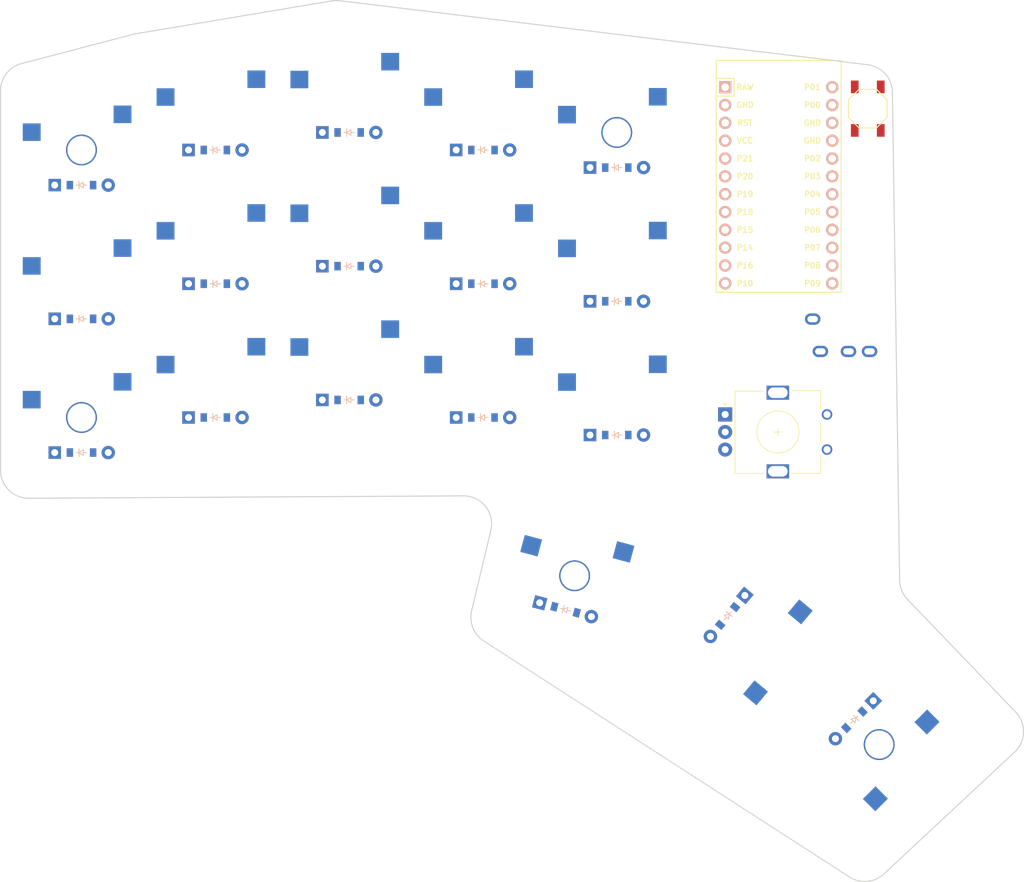
<source format=kicad_pcb>

            
(kicad_pcb (version 20171130) (host pcbnew 5.1.6)

  (page A3)
  (title_block
    (title juubo_left_no_res)
    (rev v1.0.0)
    (company Unknown)
  )

  (general
    (thickness 1.6)
  )

  (layers
    (0 F.Cu signal)
    (31 B.Cu signal)
    (32 B.Adhes user)
    (33 F.Adhes user)
    (34 B.Paste user)
    (35 F.Paste user)
    (36 B.SilkS user)
    (37 F.SilkS user)
    (38 B.Mask user)
    (39 F.Mask user)
    (40 Dwgs.User user)
    (41 Cmts.User user)
    (42 Eco1.User user)
    (43 Eco2.User user)
    (44 Edge.Cuts user)
    (45 Margin user)
    (46 B.CrtYd user)
    (47 F.CrtYd user)
    (48 B.Fab user)
    (49 F.Fab user)
  )

  (setup
    (last_trace_width 0.25)
    (trace_clearance 0.2)
    (zone_clearance 0.508)
    (zone_45_only no)
    (trace_min 0.2)
    (via_size 0.8)
    (via_drill 0.4)
    (via_min_size 0.4)
    (via_min_drill 0.3)
    (uvia_size 0.3)
    (uvia_drill 0.1)
    (uvias_allowed no)
    (uvia_min_size 0.2)
    (uvia_min_drill 0.1)
    (edge_width 0.05)
    (segment_width 0.2)
    (pcb_text_width 0.3)
    (pcb_text_size 1.5 1.5)
    (mod_edge_width 0.12)
    (mod_text_size 1 1)
    (mod_text_width 0.15)
    (pad_size 1.524 1.524)
    (pad_drill 0.762)
    (pad_to_mask_clearance 0.05)
    (aux_axis_origin 0 0)
    (visible_elements FFFFFF7F)
    (pcbplotparams
      (layerselection 0x010fc_ffffffff)
      (usegerberextensions false)
      (usegerberattributes true)
      (usegerberadvancedattributes true)
      (creategerberjobfile true)
      (excludeedgelayer true)
      (linewidth 0.100000)
      (plotframeref false)
      (viasonmask false)
      (mode 1)
      (useauxorigin false)
      (hpglpennumber 1)
      (hpglpenspeed 20)
      (hpglpendiameter 15.000000)
      (psnegative false)
      (psa4output false)
      (plotreference true)
      (plotvalue true)
      (plotinvisibletext false)
      (padsonsilk false)
      (subtractmaskfromsilk false)
      (outputformat 1)
      (mirror false)
      (drillshape 1)
      (scaleselection 1)
      (outputdirectory ""))
  )

            (net 0 "")
(net 1 "P9")
(net 2 "GND")
(net 3 "P7")
(net 4 "P8")
(net 5 "P18")
(net 6 "pinky_bottom")
(net 7 "pinky_home")
(net 8 "pinky_top")
(net 9 "P19")
(net 10 "ring_bottom")
(net 11 "ring_home")
(net 12 "ring_top")
(net 13 "P20")
(net 14 "middle_bottom")
(net 15 "middle_home")
(net 16 "middle_top")
(net 17 "P21")
(net 18 "index_bottom")
(net 19 "index_home")
(net 20 "index_top")
(net 21 "P1")
(net 22 "inner_bottom")
(net 23 "inner_home")
(net 24 "inner_top")
(net 25 "layer_cluster")
(net 26 "space_cluster")
(net 27 "extra_cluster")
(net 28 "P16")
(net 29 "P14")
(net 30 "P15")
(net 31 "P10")
(net 32 "RAW")
(net 33 "RST")
(net 34 "VCC")
(net 35 "P0")
(net 36 "P2")
(net 37 "P3")
(net 38 "P4")
(net 39 "P5")
(net 40 "P6")
            
  (net_class Default "This is the default net class."
    (clearance 0.2)
    (trace_width 0.25)
    (via_dia 0.8)
    (via_drill 0.4)
    (uvia_dia 0.3)
    (uvia_drill 0.1)
    (add_net "")
(add_net "P9")
(add_net "GND")
(add_net "P7")
(add_net "P8")
(add_net "P18")
(add_net "pinky_bottom")
(add_net "pinky_home")
(add_net "pinky_top")
(add_net "P19")
(add_net "ring_bottom")
(add_net "ring_home")
(add_net "ring_top")
(add_net "P20")
(add_net "middle_bottom")
(add_net "middle_home")
(add_net "middle_top")
(add_net "P21")
(add_net "index_bottom")
(add_net "index_home")
(add_net "index_top")
(add_net "P1")
(add_net "inner_bottom")
(add_net "inner_home")
(add_net "inner_top")
(add_net "layer_cluster")
(add_net "space_cluster")
(add_net "extra_cluster")
(add_net "P16")
(add_net "P14")
(add_net "P15")
(add_net "P10")
(add_net "RAW")
(add_net "RST")
(add_net "VCC")
(add_net "P0")
(add_net "P2")
(add_net "P3")
(add_net "P4")
(add_net "P5")
(add_net "P6")
  )

            
        (module rotary_encoder (layer F.Cu) (tedit 603326DE)

            (at 199.25 102.11 0)
        
            
            (fp_text reference "ROT1" (at 0 0.5) (layer F.SilkS) 
                hide (effects (font (size 1 1) (thickness 0.15))))
            (fp_text value "" (at 0 8.89) (layer F.Fab)
                (effects (font (size 1 1) (thickness 0.15))))

            
            (fp_line (start -0.62 -0.04) (end 0.38 -0.04) (layer F.SilkS) (width 0.12))
            (fp_line (start -0.12 -0.54) (end -0.12 0.46) (layer F.SilkS) (width 0.12))
            (fp_line (start 5.98 3.26) (end 5.98 5.86) (layer F.SilkS) (width 0.12))
            (fp_line (start 5.98 -1.34) (end 5.98 1.26) (layer F.SilkS) (width 0.12))
            (fp_line (start 5.98 -5.94) (end 5.98 -3.34) (layer F.SilkS) (width 0.12))
            (fp_line (start -3.12 -0.04) (end 2.88 -0.04) (layer F.Fab) (width 0.12))
            (fp_line (start -0.12 -3.04) (end -0.12 2.96) (layer F.Fab) (width 0.12))
            (fp_line (start -7.32 -4.14) (end -7.62 -3.84) (layer F.SilkS) (width 0.12))
            (fp_line (start -7.92 -4.14) (end -7.32 -4.14) (layer F.SilkS) (width 0.12))
            (fp_line (start -7.62 -3.84) (end -7.92 -4.14) (layer F.SilkS) (width 0.12))
            (fp_line (start -6.22 -5.84) (end -6.22 5.86) (layer F.SilkS) (width 0.12))
            (fp_line (start -2.12 -5.84) (end -6.22 -5.84) (layer F.SilkS) (width 0.12))
            (fp_line (start -2.12 5.86) (end -6.22 5.86) (layer F.SilkS) (width 0.12))
            (fp_line (start 5.98 5.86) (end 1.88 5.86) (layer F.SilkS) (width 0.12))
            (fp_line (start 1.88 -5.94) (end 5.98 -5.94) (layer F.SilkS) (width 0.12))
            (fp_line (start -6.12 -4.74) (end -5.12 -5.84) (layer F.Fab) (width 0.12))
            (fp_line (start -6.12 5.76) (end -6.12 -4.74) (layer F.Fab) (width 0.12))
            (fp_line (start 5.88 5.76) (end -6.12 5.76) (layer F.Fab) (width 0.12))
            (fp_line (start 5.88 -5.84) (end 5.88 5.76) (layer F.Fab) (width 0.12))
            (fp_line (start -5.12 -5.84) (end 5.88 -5.84) (layer F.Fab) (width 0.12))
            (fp_line (start -8.87 -6.89) (end 7.88 -6.89) (layer F.CrtYd) (width 0.05))
            (fp_line (start -8.87 -6.89) (end -8.87 6.81) (layer F.CrtYd) (width 0.05))
            (fp_line (start 7.88 6.81) (end 7.88 -6.89) (layer F.CrtYd) (width 0.05))
            (fp_line (start 7.88 6.81) (end -8.87 6.81) (layer F.CrtYd) (width 0.05))
            (fp_circle (center -0.12 -0.04) (end 2.88 -0.04) (layer F.SilkS) (width 0.12))
            (fp_circle (center -0.12 -0.04) (end 2.88 -0.04) (layer F.Fab) (width 0.12))

            
            (pad A thru_hole rect (at -7.62 -2.54 0) (size 2 2) (drill 1) (layers *.Cu *.Mask) (net 3 "P7"))
            (pad C thru_hole circle (at -7.62 -0.04) (size 2 2) (drill 1) (layers *.Cu *.Mask) (net 2 "GND"))
            (pad B thru_hole circle (at -7.62 2.46) (size 2 2) (drill 1) (layers *.Cu *.Mask) (net 4 "P8"))
            (pad 1 thru_hole circle (at 6.88 -2.54) (size 1.5 1.5) (drill 1) (layers *.Cu *.Mask) (net 1 "P9"))
            (pad 2 thru_hole circle (at 6.88 2.46) (size 1.5 1.5) (drill 1) (layers *.Cu *.Mask) (net 2 "GND"))

            
            (pad "" thru_hole rect (at -0.12 -5.64 0) (size 3.2 2) (drill oval 2.8 1.5) (layers *.Cu *.Mask))
            (pad "" thru_hole rect (at -0.12 5.56 0)  (size 3.2 2) (drill oval 2.8 1.5) (layers *.Cu *.Mask))
        )
    

        
      (module MX (layer F.Cu) (tedit 5DD4F656)
      (at 100 100 0)

      
      (fp_text reference "S1" (at 0 0) (layer F.SilkS) hide (effects (font (size 1.27 1.27) (thickness 0.15))))
      (fp_text value "" (at 0 0) (layer F.SilkS) hide (effects (font (size 1.27 1.27) (thickness 0.15))))

      
      (fp_line (start -7 -6) (end -7 -7) (layer Dwgs.User) (width 0.15))
      (fp_line (start -7 7) (end -6 7) (layer Dwgs.User) (width 0.15))
      (fp_line (start -6 -7) (end -7 -7) (layer Dwgs.User) (width 0.15))
      (fp_line (start -7 7) (end -7 6) (layer Dwgs.User) (width 0.15))
      (fp_line (start 7 6) (end 7 7) (layer Dwgs.User) (width 0.15))
      (fp_line (start 7 -7) (end 6 -7) (layer Dwgs.User) (width 0.15))
      (fp_line (start 6 7) (end 7 7) (layer Dwgs.User) (width 0.15))
      (fp_line (start 7 -7) (end 7 -6) (layer Dwgs.User) (width 0.15))
    
      
      (pad "" np_thru_hole circle (at 0 0) (size 3.9878 3.9878) (drill 3.9878) (layers *.Cu *.Mask))

      
      (pad "" np_thru_hole circle (at 5.08 0) (size 1.7018 1.7018) (drill 1.7018) (layers *.Cu *.Mask))
      (pad "" np_thru_hole circle (at -5.08 0) (size 1.7018 1.7018) (drill 1.7018) (layers *.Cu *.Mask))
      
        
      
      (fp_line (start -9.5 -9.5) (end 9.5 -9.5) (layer Dwgs.User) (width 0.15))
      (fp_line (start 9.5 -9.5) (end 9.5 9.5) (layer Dwgs.User) (width 0.15))
      (fp_line (start 9.5 9.5) (end -9.5 9.5) (layer Dwgs.User) (width 0.15))
      (fp_line (start -9.5 9.5) (end -9.5 -9.5) (layer Dwgs.User) (width 0.15))
      
        
        
        (pad "" np_thru_hole circle (at 2.54 -5.08) (size 3 3) (drill 3) (layers *.Cu *.Mask))
        (pad "" np_thru_hole circle (at -3.81 -2.54) (size 3 3) (drill 3) (layers *.Cu *.Mask))
        
        
        (pad 1 smd rect (at -7.085 -2.54 0) (size 2.55 2.5) (layers B.Cu B.Paste B.Mask) (net 5 "P18"))
        (pad 2 smd rect (at 5.842 -5.08 0) (size 2.55 2.5) (layers B.Cu B.Paste B.Mask) (net 6 "pinky_bottom"))
        )
        

        
      (module MX (layer F.Cu) (tedit 5DD4F656)
      (at 100 80.95 0)

      
      (fp_text reference "S2" (at 0 0) (layer F.SilkS) hide (effects (font (size 1.27 1.27) (thickness 0.15))))
      (fp_text value "" (at 0 0) (layer F.SilkS) hide (effects (font (size 1.27 1.27) (thickness 0.15))))

      
      (fp_line (start -7 -6) (end -7 -7) (layer Dwgs.User) (width 0.15))
      (fp_line (start -7 7) (end -6 7) (layer Dwgs.User) (width 0.15))
      (fp_line (start -6 -7) (end -7 -7) (layer Dwgs.User) (width 0.15))
      (fp_line (start -7 7) (end -7 6) (layer Dwgs.User) (width 0.15))
      (fp_line (start 7 6) (end 7 7) (layer Dwgs.User) (width 0.15))
      (fp_line (start 7 -7) (end 6 -7) (layer Dwgs.User) (width 0.15))
      (fp_line (start 6 7) (end 7 7) (layer Dwgs.User) (width 0.15))
      (fp_line (start 7 -7) (end 7 -6) (layer Dwgs.User) (width 0.15))
    
      
      (pad "" np_thru_hole circle (at 0 0) (size 3.9878 3.9878) (drill 3.9878) (layers *.Cu *.Mask))

      
      (pad "" np_thru_hole circle (at 5.08 0) (size 1.7018 1.7018) (drill 1.7018) (layers *.Cu *.Mask))
      (pad "" np_thru_hole circle (at -5.08 0) (size 1.7018 1.7018) (drill 1.7018) (layers *.Cu *.Mask))
      
        
      
      (fp_line (start -9.5 -9.5) (end 9.5 -9.5) (layer Dwgs.User) (width 0.15))
      (fp_line (start 9.5 -9.5) (end 9.5 9.5) (layer Dwgs.User) (width 0.15))
      (fp_line (start 9.5 9.5) (end -9.5 9.5) (layer Dwgs.User) (width 0.15))
      (fp_line (start -9.5 9.5) (end -9.5 -9.5) (layer Dwgs.User) (width 0.15))
      
        
        
        (pad "" np_thru_hole circle (at 2.54 -5.08) (size 3 3) (drill 3) (layers *.Cu *.Mask))
        (pad "" np_thru_hole circle (at -3.81 -2.54) (size 3 3) (drill 3) (layers *.Cu *.Mask))
        
        
        (pad 1 smd rect (at -7.085 -2.54 0) (size 2.55 2.5) (layers B.Cu B.Paste B.Mask) (net 5 "P18"))
        (pad 2 smd rect (at 5.842 -5.08 0) (size 2.55 2.5) (layers B.Cu B.Paste B.Mask) (net 7 "pinky_home"))
        )
        

        
      (module MX (layer F.Cu) (tedit 5DD4F656)
      (at 100 61.900000000000006 0)

      
      (fp_text reference "S3" (at 0 0) (layer F.SilkS) hide (effects (font (size 1.27 1.27) (thickness 0.15))))
      (fp_text value "" (at 0 0) (layer F.SilkS) hide (effects (font (size 1.27 1.27) (thickness 0.15))))

      
      (fp_line (start -7 -6) (end -7 -7) (layer Dwgs.User) (width 0.15))
      (fp_line (start -7 7) (end -6 7) (layer Dwgs.User) (width 0.15))
      (fp_line (start -6 -7) (end -7 -7) (layer Dwgs.User) (width 0.15))
      (fp_line (start -7 7) (end -7 6) (layer Dwgs.User) (width 0.15))
      (fp_line (start 7 6) (end 7 7) (layer Dwgs.User) (width 0.15))
      (fp_line (start 7 -7) (end 6 -7) (layer Dwgs.User) (width 0.15))
      (fp_line (start 6 7) (end 7 7) (layer Dwgs.User) (width 0.15))
      (fp_line (start 7 -7) (end 7 -6) (layer Dwgs.User) (width 0.15))
    
      
      (pad "" np_thru_hole circle (at 0 0) (size 3.9878 3.9878) (drill 3.9878) (layers *.Cu *.Mask))

      
      (pad "" np_thru_hole circle (at 5.08 0) (size 1.7018 1.7018) (drill 1.7018) (layers *.Cu *.Mask))
      (pad "" np_thru_hole circle (at -5.08 0) (size 1.7018 1.7018) (drill 1.7018) (layers *.Cu *.Mask))
      
        
      
      (fp_line (start -9.5 -9.5) (end 9.5 -9.5) (layer Dwgs.User) (width 0.15))
      (fp_line (start 9.5 -9.5) (end 9.5 9.5) (layer Dwgs.User) (width 0.15))
      (fp_line (start 9.5 9.5) (end -9.5 9.5) (layer Dwgs.User) (width 0.15))
      (fp_line (start -9.5 9.5) (end -9.5 -9.5) (layer Dwgs.User) (width 0.15))
      
        
        
        (pad "" np_thru_hole circle (at 2.54 -5.08) (size 3 3) (drill 3) (layers *.Cu *.Mask))
        (pad "" np_thru_hole circle (at -3.81 -2.54) (size 3 3) (drill 3) (layers *.Cu *.Mask))
        
        
        (pad 1 smd rect (at -7.085 -2.54 0) (size 2.55 2.5) (layers B.Cu B.Paste B.Mask) (net 5 "P18"))
        (pad 2 smd rect (at 5.842 -5.08 0) (size 2.55 2.5) (layers B.Cu B.Paste B.Mask) (net 8 "pinky_top"))
        )
        

        
      (module MX (layer F.Cu) (tedit 5DD4F656)
      (at 119.05 95 0)

      
      (fp_text reference "S4" (at 0 0) (layer F.SilkS) hide (effects (font (size 1.27 1.27) (thickness 0.15))))
      (fp_text value "" (at 0 0) (layer F.SilkS) hide (effects (font (size 1.27 1.27) (thickness 0.15))))

      
      (fp_line (start -7 -6) (end -7 -7) (layer Dwgs.User) (width 0.15))
      (fp_line (start -7 7) (end -6 7) (layer Dwgs.User) (width 0.15))
      (fp_line (start -6 -7) (end -7 -7) (layer Dwgs.User) (width 0.15))
      (fp_line (start -7 7) (end -7 6) (layer Dwgs.User) (width 0.15))
      (fp_line (start 7 6) (end 7 7) (layer Dwgs.User) (width 0.15))
      (fp_line (start 7 -7) (end 6 -7) (layer Dwgs.User) (width 0.15))
      (fp_line (start 6 7) (end 7 7) (layer Dwgs.User) (width 0.15))
      (fp_line (start 7 -7) (end 7 -6) (layer Dwgs.User) (width 0.15))
    
      
      (pad "" np_thru_hole circle (at 0 0) (size 3.9878 3.9878) (drill 3.9878) (layers *.Cu *.Mask))

      
      (pad "" np_thru_hole circle (at 5.08 0) (size 1.7018 1.7018) (drill 1.7018) (layers *.Cu *.Mask))
      (pad "" np_thru_hole circle (at -5.08 0) (size 1.7018 1.7018) (drill 1.7018) (layers *.Cu *.Mask))
      
        
      
      (fp_line (start -9.5 -9.5) (end 9.5 -9.5) (layer Dwgs.User) (width 0.15))
      (fp_line (start 9.5 -9.5) (end 9.5 9.5) (layer Dwgs.User) (width 0.15))
      (fp_line (start 9.5 9.5) (end -9.5 9.5) (layer Dwgs.User) (width 0.15))
      (fp_line (start -9.5 9.5) (end -9.5 -9.5) (layer Dwgs.User) (width 0.15))
      
        
        
        (pad "" np_thru_hole circle (at 2.54 -5.08) (size 3 3) (drill 3) (layers *.Cu *.Mask))
        (pad "" np_thru_hole circle (at -3.81 -2.54) (size 3 3) (drill 3) (layers *.Cu *.Mask))
        
        
        (pad 1 smd rect (at -7.085 -2.54 0) (size 2.55 2.5) (layers B.Cu B.Paste B.Mask) (net 9 "P19"))
        (pad 2 smd rect (at 5.842 -5.08 0) (size 2.55 2.5) (layers B.Cu B.Paste B.Mask) (net 10 "ring_bottom"))
        )
        

        
      (module MX (layer F.Cu) (tedit 5DD4F656)
      (at 119.05 75.95 0)

      
      (fp_text reference "S5" (at 0 0) (layer F.SilkS) hide (effects (font (size 1.27 1.27) (thickness 0.15))))
      (fp_text value "" (at 0 0) (layer F.SilkS) hide (effects (font (size 1.27 1.27) (thickness 0.15))))

      
      (fp_line (start -7 -6) (end -7 -7) (layer Dwgs.User) (width 0.15))
      (fp_line (start -7 7) (end -6 7) (layer Dwgs.User) (width 0.15))
      (fp_line (start -6 -7) (end -7 -7) (layer Dwgs.User) (width 0.15))
      (fp_line (start -7 7) (end -7 6) (layer Dwgs.User) (width 0.15))
      (fp_line (start 7 6) (end 7 7) (layer Dwgs.User) (width 0.15))
      (fp_line (start 7 -7) (end 6 -7) (layer Dwgs.User) (width 0.15))
      (fp_line (start 6 7) (end 7 7) (layer Dwgs.User) (width 0.15))
      (fp_line (start 7 -7) (end 7 -6) (layer Dwgs.User) (width 0.15))
    
      
      (pad "" np_thru_hole circle (at 0 0) (size 3.9878 3.9878) (drill 3.9878) (layers *.Cu *.Mask))

      
      (pad "" np_thru_hole circle (at 5.08 0) (size 1.7018 1.7018) (drill 1.7018) (layers *.Cu *.Mask))
      (pad "" np_thru_hole circle (at -5.08 0) (size 1.7018 1.7018) (drill 1.7018) (layers *.Cu *.Mask))
      
        
      
      (fp_line (start -9.5 -9.5) (end 9.5 -9.5) (layer Dwgs.User) (width 0.15))
      (fp_line (start 9.5 -9.5) (end 9.5 9.5) (layer Dwgs.User) (width 0.15))
      (fp_line (start 9.5 9.5) (end -9.5 9.5) (layer Dwgs.User) (width 0.15))
      (fp_line (start -9.5 9.5) (end -9.5 -9.5) (layer Dwgs.User) (width 0.15))
      
        
        
        (pad "" np_thru_hole circle (at 2.54 -5.08) (size 3 3) (drill 3) (layers *.Cu *.Mask))
        (pad "" np_thru_hole circle (at -3.81 -2.54) (size 3 3) (drill 3) (layers *.Cu *.Mask))
        
        
        (pad 1 smd rect (at -7.085 -2.54 0) (size 2.55 2.5) (layers B.Cu B.Paste B.Mask) (net 9 "P19"))
        (pad 2 smd rect (at 5.842 -5.08 0) (size 2.55 2.5) (layers B.Cu B.Paste B.Mask) (net 11 "ring_home"))
        )
        

        
      (module MX (layer F.Cu) (tedit 5DD4F656)
      (at 119.05 56.900000000000006 0)

      
      (fp_text reference "S6" (at 0 0) (layer F.SilkS) hide (effects (font (size 1.27 1.27) (thickness 0.15))))
      (fp_text value "" (at 0 0) (layer F.SilkS) hide (effects (font (size 1.27 1.27) (thickness 0.15))))

      
      (fp_line (start -7 -6) (end -7 -7) (layer Dwgs.User) (width 0.15))
      (fp_line (start -7 7) (end -6 7) (layer Dwgs.User) (width 0.15))
      (fp_line (start -6 -7) (end -7 -7) (layer Dwgs.User) (width 0.15))
      (fp_line (start -7 7) (end -7 6) (layer Dwgs.User) (width 0.15))
      (fp_line (start 7 6) (end 7 7) (layer Dwgs.User) (width 0.15))
      (fp_line (start 7 -7) (end 6 -7) (layer Dwgs.User) (width 0.15))
      (fp_line (start 6 7) (end 7 7) (layer Dwgs.User) (width 0.15))
      (fp_line (start 7 -7) (end 7 -6) (layer Dwgs.User) (width 0.15))
    
      
      (pad "" np_thru_hole circle (at 0 0) (size 3.9878 3.9878) (drill 3.9878) (layers *.Cu *.Mask))

      
      (pad "" np_thru_hole circle (at 5.08 0) (size 1.7018 1.7018) (drill 1.7018) (layers *.Cu *.Mask))
      (pad "" np_thru_hole circle (at -5.08 0) (size 1.7018 1.7018) (drill 1.7018) (layers *.Cu *.Mask))
      
        
      
      (fp_line (start -9.5 -9.5) (end 9.5 -9.5) (layer Dwgs.User) (width 0.15))
      (fp_line (start 9.5 -9.5) (end 9.5 9.5) (layer Dwgs.User) (width 0.15))
      (fp_line (start 9.5 9.5) (end -9.5 9.5) (layer Dwgs.User) (width 0.15))
      (fp_line (start -9.5 9.5) (end -9.5 -9.5) (layer Dwgs.User) (width 0.15))
      
        
        
        (pad "" np_thru_hole circle (at 2.54 -5.08) (size 3 3) (drill 3) (layers *.Cu *.Mask))
        (pad "" np_thru_hole circle (at -3.81 -2.54) (size 3 3) (drill 3) (layers *.Cu *.Mask))
        
        
        (pad 1 smd rect (at -7.085 -2.54 0) (size 2.55 2.5) (layers B.Cu B.Paste B.Mask) (net 9 "P19"))
        (pad 2 smd rect (at 5.842 -5.08 0) (size 2.55 2.5) (layers B.Cu B.Paste B.Mask) (net 12 "ring_top"))
        )
        

        
      (module MX (layer F.Cu) (tedit 5DD4F656)
      (at 138.1 92.5 0)

      
      (fp_text reference "S7" (at 0 0) (layer F.SilkS) hide (effects (font (size 1.27 1.27) (thickness 0.15))))
      (fp_text value "" (at 0 0) (layer F.SilkS) hide (effects (font (size 1.27 1.27) (thickness 0.15))))

      
      (fp_line (start -7 -6) (end -7 -7) (layer Dwgs.User) (width 0.15))
      (fp_line (start -7 7) (end -6 7) (layer Dwgs.User) (width 0.15))
      (fp_line (start -6 -7) (end -7 -7) (layer Dwgs.User) (width 0.15))
      (fp_line (start -7 7) (end -7 6) (layer Dwgs.User) (width 0.15))
      (fp_line (start 7 6) (end 7 7) (layer Dwgs.User) (width 0.15))
      (fp_line (start 7 -7) (end 6 -7) (layer Dwgs.User) (width 0.15))
      (fp_line (start 6 7) (end 7 7) (layer Dwgs.User) (width 0.15))
      (fp_line (start 7 -7) (end 7 -6) (layer Dwgs.User) (width 0.15))
    
      
      (pad "" np_thru_hole circle (at 0 0) (size 3.9878 3.9878) (drill 3.9878) (layers *.Cu *.Mask))

      
      (pad "" np_thru_hole circle (at 5.08 0) (size 1.7018 1.7018) (drill 1.7018) (layers *.Cu *.Mask))
      (pad "" np_thru_hole circle (at -5.08 0) (size 1.7018 1.7018) (drill 1.7018) (layers *.Cu *.Mask))
      
        
      
      (fp_line (start -9.5 -9.5) (end 9.5 -9.5) (layer Dwgs.User) (width 0.15))
      (fp_line (start 9.5 -9.5) (end 9.5 9.5) (layer Dwgs.User) (width 0.15))
      (fp_line (start 9.5 9.5) (end -9.5 9.5) (layer Dwgs.User) (width 0.15))
      (fp_line (start -9.5 9.5) (end -9.5 -9.5) (layer Dwgs.User) (width 0.15))
      
        
        
        (pad "" np_thru_hole circle (at 2.54 -5.08) (size 3 3) (drill 3) (layers *.Cu *.Mask))
        (pad "" np_thru_hole circle (at -3.81 -2.54) (size 3 3) (drill 3) (layers *.Cu *.Mask))
        
        
        (pad 1 smd rect (at -7.085 -2.54 0) (size 2.55 2.5) (layers B.Cu B.Paste B.Mask) (net 13 "P20"))
        (pad 2 smd rect (at 5.842 -5.08 0) (size 2.55 2.5) (layers B.Cu B.Paste B.Mask) (net 14 "middle_bottom"))
        )
        

        
      (module MX (layer F.Cu) (tedit 5DD4F656)
      (at 138.1 73.45 0)

      
      (fp_text reference "S8" (at 0 0) (layer F.SilkS) hide (effects (font (size 1.27 1.27) (thickness 0.15))))
      (fp_text value "" (at 0 0) (layer F.SilkS) hide (effects (font (size 1.27 1.27) (thickness 0.15))))

      
      (fp_line (start -7 -6) (end -7 -7) (layer Dwgs.User) (width 0.15))
      (fp_line (start -7 7) (end -6 7) (layer Dwgs.User) (width 0.15))
      (fp_line (start -6 -7) (end -7 -7) (layer Dwgs.User) (width 0.15))
      (fp_line (start -7 7) (end -7 6) (layer Dwgs.User) (width 0.15))
      (fp_line (start 7 6) (end 7 7) (layer Dwgs.User) (width 0.15))
      (fp_line (start 7 -7) (end 6 -7) (layer Dwgs.User) (width 0.15))
      (fp_line (start 6 7) (end 7 7) (layer Dwgs.User) (width 0.15))
      (fp_line (start 7 -7) (end 7 -6) (layer Dwgs.User) (width 0.15))
    
      
      (pad "" np_thru_hole circle (at 0 0) (size 3.9878 3.9878) (drill 3.9878) (layers *.Cu *.Mask))

      
      (pad "" np_thru_hole circle (at 5.08 0) (size 1.7018 1.7018) (drill 1.7018) (layers *.Cu *.Mask))
      (pad "" np_thru_hole circle (at -5.08 0) (size 1.7018 1.7018) (drill 1.7018) (layers *.Cu *.Mask))
      
        
      
      (fp_line (start -9.5 -9.5) (end 9.5 -9.5) (layer Dwgs.User) (width 0.15))
      (fp_line (start 9.5 -9.5) (end 9.5 9.5) (layer Dwgs.User) (width 0.15))
      (fp_line (start 9.5 9.5) (end -9.5 9.5) (layer Dwgs.User) (width 0.15))
      (fp_line (start -9.5 9.5) (end -9.5 -9.5) (layer Dwgs.User) (width 0.15))
      
        
        
        (pad "" np_thru_hole circle (at 2.54 -5.08) (size 3 3) (drill 3) (layers *.Cu *.Mask))
        (pad "" np_thru_hole circle (at -3.81 -2.54) (size 3 3) (drill 3) (layers *.Cu *.Mask))
        
        
        (pad 1 smd rect (at -7.085 -2.54 0) (size 2.55 2.5) (layers B.Cu B.Paste B.Mask) (net 13 "P20"))
        (pad 2 smd rect (at 5.842 -5.08 0) (size 2.55 2.5) (layers B.Cu B.Paste B.Mask) (net 15 "middle_home"))
        )
        

        
      (module MX (layer F.Cu) (tedit 5DD4F656)
      (at 138.1 54.400000000000006 0)

      
      (fp_text reference "S9" (at 0 0) (layer F.SilkS) hide (effects (font (size 1.27 1.27) (thickness 0.15))))
      (fp_text value "" (at 0 0) (layer F.SilkS) hide (effects (font (size 1.27 1.27) (thickness 0.15))))

      
      (fp_line (start -7 -6) (end -7 -7) (layer Dwgs.User) (width 0.15))
      (fp_line (start -7 7) (end -6 7) (layer Dwgs.User) (width 0.15))
      (fp_line (start -6 -7) (end -7 -7) (layer Dwgs.User) (width 0.15))
      (fp_line (start -7 7) (end -7 6) (layer Dwgs.User) (width 0.15))
      (fp_line (start 7 6) (end 7 7) (layer Dwgs.User) (width 0.15))
      (fp_line (start 7 -7) (end 6 -7) (layer Dwgs.User) (width 0.15))
      (fp_line (start 6 7) (end 7 7) (layer Dwgs.User) (width 0.15))
      (fp_line (start 7 -7) (end 7 -6) (layer Dwgs.User) (width 0.15))
    
      
      (pad "" np_thru_hole circle (at 0 0) (size 3.9878 3.9878) (drill 3.9878) (layers *.Cu *.Mask))

      
      (pad "" np_thru_hole circle (at 5.08 0) (size 1.7018 1.7018) (drill 1.7018) (layers *.Cu *.Mask))
      (pad "" np_thru_hole circle (at -5.08 0) (size 1.7018 1.7018) (drill 1.7018) (layers *.Cu *.Mask))
      
        
      
      (fp_line (start -9.5 -9.5) (end 9.5 -9.5) (layer Dwgs.User) (width 0.15))
      (fp_line (start 9.5 -9.5) (end 9.5 9.5) (layer Dwgs.User) (width 0.15))
      (fp_line (start 9.5 9.5) (end -9.5 9.5) (layer Dwgs.User) (width 0.15))
      (fp_line (start -9.5 9.5) (end -9.5 -9.5) (layer Dwgs.User) (width 0.15))
      
        
        
        (pad "" np_thru_hole circle (at 2.54 -5.08) (size 3 3) (drill 3) (layers *.Cu *.Mask))
        (pad "" np_thru_hole circle (at -3.81 -2.54) (size 3 3) (drill 3) (layers *.Cu *.Mask))
        
        
        (pad 1 smd rect (at -7.085 -2.54 0) (size 2.55 2.5) (layers B.Cu B.Paste B.Mask) (net 13 "P20"))
        (pad 2 smd rect (at 5.842 -5.08 0) (size 2.55 2.5) (layers B.Cu B.Paste B.Mask) (net 16 "middle_top"))
        )
        

        
      (module MX (layer F.Cu) (tedit 5DD4F656)
      (at 157.15 95 0)

      
      (fp_text reference "S10" (at 0 0) (layer F.SilkS) hide (effects (font (size 1.27 1.27) (thickness 0.15))))
      (fp_text value "" (at 0 0) (layer F.SilkS) hide (effects (font (size 1.27 1.27) (thickness 0.15))))

      
      (fp_line (start -7 -6) (end -7 -7) (layer Dwgs.User) (width 0.15))
      (fp_line (start -7 7) (end -6 7) (layer Dwgs.User) (width 0.15))
      (fp_line (start -6 -7) (end -7 -7) (layer Dwgs.User) (width 0.15))
      (fp_line (start -7 7) (end -7 6) (layer Dwgs.User) (width 0.15))
      (fp_line (start 7 6) (end 7 7) (layer Dwgs.User) (width 0.15))
      (fp_line (start 7 -7) (end 6 -7) (layer Dwgs.User) (width 0.15))
      (fp_line (start 6 7) (end 7 7) (layer Dwgs.User) (width 0.15))
      (fp_line (start 7 -7) (end 7 -6) (layer Dwgs.User) (width 0.15))
    
      
      (pad "" np_thru_hole circle (at 0 0) (size 3.9878 3.9878) (drill 3.9878) (layers *.Cu *.Mask))

      
      (pad "" np_thru_hole circle (at 5.08 0) (size 1.7018 1.7018) (drill 1.7018) (layers *.Cu *.Mask))
      (pad "" np_thru_hole circle (at -5.08 0) (size 1.7018 1.7018) (drill 1.7018) (layers *.Cu *.Mask))
      
        
      
      (fp_line (start -9.5 -9.5) (end 9.5 -9.5) (layer Dwgs.User) (width 0.15))
      (fp_line (start 9.5 -9.5) (end 9.5 9.5) (layer Dwgs.User) (width 0.15))
      (fp_line (start 9.5 9.5) (end -9.5 9.5) (layer Dwgs.User) (width 0.15))
      (fp_line (start -9.5 9.5) (end -9.5 -9.5) (layer Dwgs.User) (width 0.15))
      
        
        
        (pad "" np_thru_hole circle (at 2.54 -5.08) (size 3 3) (drill 3) (layers *.Cu *.Mask))
        (pad "" np_thru_hole circle (at -3.81 -2.54) (size 3 3) (drill 3) (layers *.Cu *.Mask))
        
        
        (pad 1 smd rect (at -7.085 -2.54 0) (size 2.55 2.5) (layers B.Cu B.Paste B.Mask) (net 17 "P21"))
        (pad 2 smd rect (at 5.842 -5.08 0) (size 2.55 2.5) (layers B.Cu B.Paste B.Mask) (net 18 "index_bottom"))
        )
        

        
      (module MX (layer F.Cu) (tedit 5DD4F656)
      (at 157.15 75.95 0)

      
      (fp_text reference "S11" (at 0 0) (layer F.SilkS) hide (effects (font (size 1.27 1.27) (thickness 0.15))))
      (fp_text value "" (at 0 0) (layer F.SilkS) hide (effects (font (size 1.27 1.27) (thickness 0.15))))

      
      (fp_line (start -7 -6) (end -7 -7) (layer Dwgs.User) (width 0.15))
      (fp_line (start -7 7) (end -6 7) (layer Dwgs.User) (width 0.15))
      (fp_line (start -6 -7) (end -7 -7) (layer Dwgs.User) (width 0.15))
      (fp_line (start -7 7) (end -7 6) (layer Dwgs.User) (width 0.15))
      (fp_line (start 7 6) (end 7 7) (layer Dwgs.User) (width 0.15))
      (fp_line (start 7 -7) (end 6 -7) (layer Dwgs.User) (width 0.15))
      (fp_line (start 6 7) (end 7 7) (layer Dwgs.User) (width 0.15))
      (fp_line (start 7 -7) (end 7 -6) (layer Dwgs.User) (width 0.15))
    
      
      (pad "" np_thru_hole circle (at 0 0) (size 3.9878 3.9878) (drill 3.9878) (layers *.Cu *.Mask))

      
      (pad "" np_thru_hole circle (at 5.08 0) (size 1.7018 1.7018) (drill 1.7018) (layers *.Cu *.Mask))
      (pad "" np_thru_hole circle (at -5.08 0) (size 1.7018 1.7018) (drill 1.7018) (layers *.Cu *.Mask))
      
        
      
      (fp_line (start -9.5 -9.5) (end 9.5 -9.5) (layer Dwgs.User) (width 0.15))
      (fp_line (start 9.5 -9.5) (end 9.5 9.5) (layer Dwgs.User) (width 0.15))
      (fp_line (start 9.5 9.5) (end -9.5 9.5) (layer Dwgs.User) (width 0.15))
      (fp_line (start -9.5 9.5) (end -9.5 -9.5) (layer Dwgs.User) (width 0.15))
      
        
        
        (pad "" np_thru_hole circle (at 2.54 -5.08) (size 3 3) (drill 3) (layers *.Cu *.Mask))
        (pad "" np_thru_hole circle (at -3.81 -2.54) (size 3 3) (drill 3) (layers *.Cu *.Mask))
        
        
        (pad 1 smd rect (at -7.085 -2.54 0) (size 2.55 2.5) (layers B.Cu B.Paste B.Mask) (net 17 "P21"))
        (pad 2 smd rect (at 5.842 -5.08 0) (size 2.55 2.5) (layers B.Cu B.Paste B.Mask) (net 19 "index_home"))
        )
        

        
      (module MX (layer F.Cu) (tedit 5DD4F656)
      (at 157.15 56.900000000000006 0)

      
      (fp_text reference "S12" (at 0 0) (layer F.SilkS) hide (effects (font (size 1.27 1.27) (thickness 0.15))))
      (fp_text value "" (at 0 0) (layer F.SilkS) hide (effects (font (size 1.27 1.27) (thickness 0.15))))

      
      (fp_line (start -7 -6) (end -7 -7) (layer Dwgs.User) (width 0.15))
      (fp_line (start -7 7) (end -6 7) (layer Dwgs.User) (width 0.15))
      (fp_line (start -6 -7) (end -7 -7) (layer Dwgs.User) (width 0.15))
      (fp_line (start -7 7) (end -7 6) (layer Dwgs.User) (width 0.15))
      (fp_line (start 7 6) (end 7 7) (layer Dwgs.User) (width 0.15))
      (fp_line (start 7 -7) (end 6 -7) (layer Dwgs.User) (width 0.15))
      (fp_line (start 6 7) (end 7 7) (layer Dwgs.User) (width 0.15))
      (fp_line (start 7 -7) (end 7 -6) (layer Dwgs.User) (width 0.15))
    
      
      (pad "" np_thru_hole circle (at 0 0) (size 3.9878 3.9878) (drill 3.9878) (layers *.Cu *.Mask))

      
      (pad "" np_thru_hole circle (at 5.08 0) (size 1.7018 1.7018) (drill 1.7018) (layers *.Cu *.Mask))
      (pad "" np_thru_hole circle (at -5.08 0) (size 1.7018 1.7018) (drill 1.7018) (layers *.Cu *.Mask))
      
        
      
      (fp_line (start -9.5 -9.5) (end 9.5 -9.5) (layer Dwgs.User) (width 0.15))
      (fp_line (start 9.5 -9.5) (end 9.5 9.5) (layer Dwgs.User) (width 0.15))
      (fp_line (start 9.5 9.5) (end -9.5 9.5) (layer Dwgs.User) (width 0.15))
      (fp_line (start -9.5 9.5) (end -9.5 -9.5) (layer Dwgs.User) (width 0.15))
      
        
        
        (pad "" np_thru_hole circle (at 2.54 -5.08) (size 3 3) (drill 3) (layers *.Cu *.Mask))
        (pad "" np_thru_hole circle (at -3.81 -2.54) (size 3 3) (drill 3) (layers *.Cu *.Mask))
        
        
        (pad 1 smd rect (at -7.085 -2.54 0) (size 2.55 2.5) (layers B.Cu B.Paste B.Mask) (net 17 "P21"))
        (pad 2 smd rect (at 5.842 -5.08 0) (size 2.55 2.5) (layers B.Cu B.Paste B.Mask) (net 20 "index_top"))
        )
        

        
      (module MX (layer F.Cu) (tedit 5DD4F656)
      (at 176.2 97.5 0)

      
      (fp_text reference "S13" (at 0 0) (layer F.SilkS) hide (effects (font (size 1.27 1.27) (thickness 0.15))))
      (fp_text value "" (at 0 0) (layer F.SilkS) hide (effects (font (size 1.27 1.27) (thickness 0.15))))

      
      (fp_line (start -7 -6) (end -7 -7) (layer Dwgs.User) (width 0.15))
      (fp_line (start -7 7) (end -6 7) (layer Dwgs.User) (width 0.15))
      (fp_line (start -6 -7) (end -7 -7) (layer Dwgs.User) (width 0.15))
      (fp_line (start -7 7) (end -7 6) (layer Dwgs.User) (width 0.15))
      (fp_line (start 7 6) (end 7 7) (layer Dwgs.User) (width 0.15))
      (fp_line (start 7 -7) (end 6 -7) (layer Dwgs.User) (width 0.15))
      (fp_line (start 6 7) (end 7 7) (layer Dwgs.User) (width 0.15))
      (fp_line (start 7 -7) (end 7 -6) (layer Dwgs.User) (width 0.15))
    
      
      (pad "" np_thru_hole circle (at 0 0) (size 3.9878 3.9878) (drill 3.9878) (layers *.Cu *.Mask))

      
      (pad "" np_thru_hole circle (at 5.08 0) (size 1.7018 1.7018) (drill 1.7018) (layers *.Cu *.Mask))
      (pad "" np_thru_hole circle (at -5.08 0) (size 1.7018 1.7018) (drill 1.7018) (layers *.Cu *.Mask))
      
        
      
      (fp_line (start -9.5 -9.5) (end 9.5 -9.5) (layer Dwgs.User) (width 0.15))
      (fp_line (start 9.5 -9.5) (end 9.5 9.5) (layer Dwgs.User) (width 0.15))
      (fp_line (start 9.5 9.5) (end -9.5 9.5) (layer Dwgs.User) (width 0.15))
      (fp_line (start -9.5 9.5) (end -9.5 -9.5) (layer Dwgs.User) (width 0.15))
      
        
        
        (pad "" np_thru_hole circle (at 2.54 -5.08) (size 3 3) (drill 3) (layers *.Cu *.Mask))
        (pad "" np_thru_hole circle (at -3.81 -2.54) (size 3 3) (drill 3) (layers *.Cu *.Mask))
        
        
        (pad 1 smd rect (at -7.085 -2.54 0) (size 2.55 2.5) (layers B.Cu B.Paste B.Mask) (net 21 "P1"))
        (pad 2 smd rect (at 5.842 -5.08 0) (size 2.55 2.5) (layers B.Cu B.Paste B.Mask) (net 22 "inner_bottom"))
        )
        

        
      (module MX (layer F.Cu) (tedit 5DD4F656)
      (at 176.2 78.45 0)

      
      (fp_text reference "S14" (at 0 0) (layer F.SilkS) hide (effects (font (size 1.27 1.27) (thickness 0.15))))
      (fp_text value "" (at 0 0) (layer F.SilkS) hide (effects (font (size 1.27 1.27) (thickness 0.15))))

      
      (fp_line (start -7 -6) (end -7 -7) (layer Dwgs.User) (width 0.15))
      (fp_line (start -7 7) (end -6 7) (layer Dwgs.User) (width 0.15))
      (fp_line (start -6 -7) (end -7 -7) (layer Dwgs.User) (width 0.15))
      (fp_line (start -7 7) (end -7 6) (layer Dwgs.User) (width 0.15))
      (fp_line (start 7 6) (end 7 7) (layer Dwgs.User) (width 0.15))
      (fp_line (start 7 -7) (end 6 -7) (layer Dwgs.User) (width 0.15))
      (fp_line (start 6 7) (end 7 7) (layer Dwgs.User) (width 0.15))
      (fp_line (start 7 -7) (end 7 -6) (layer Dwgs.User) (width 0.15))
    
      
      (pad "" np_thru_hole circle (at 0 0) (size 3.9878 3.9878) (drill 3.9878) (layers *.Cu *.Mask))

      
      (pad "" np_thru_hole circle (at 5.08 0) (size 1.7018 1.7018) (drill 1.7018) (layers *.Cu *.Mask))
      (pad "" np_thru_hole circle (at -5.08 0) (size 1.7018 1.7018) (drill 1.7018) (layers *.Cu *.Mask))
      
        
      
      (fp_line (start -9.5 -9.5) (end 9.5 -9.5) (layer Dwgs.User) (width 0.15))
      (fp_line (start 9.5 -9.5) (end 9.5 9.5) (layer Dwgs.User) (width 0.15))
      (fp_line (start 9.5 9.5) (end -9.5 9.5) (layer Dwgs.User) (width 0.15))
      (fp_line (start -9.5 9.5) (end -9.5 -9.5) (layer Dwgs.User) (width 0.15))
      
        
        
        (pad "" np_thru_hole circle (at 2.54 -5.08) (size 3 3) (drill 3) (layers *.Cu *.Mask))
        (pad "" np_thru_hole circle (at -3.81 -2.54) (size 3 3) (drill 3) (layers *.Cu *.Mask))
        
        
        (pad 1 smd rect (at -7.085 -2.54 0) (size 2.55 2.5) (layers B.Cu B.Paste B.Mask) (net 21 "P1"))
        (pad 2 smd rect (at 5.842 -5.08 0) (size 2.55 2.5) (layers B.Cu B.Paste B.Mask) (net 23 "inner_home"))
        )
        

        
      (module MX (layer F.Cu) (tedit 5DD4F656)
      (at 176.2 59.400000000000006 0)

      
      (fp_text reference "S15" (at 0 0) (layer F.SilkS) hide (effects (font (size 1.27 1.27) (thickness 0.15))))
      (fp_text value "" (at 0 0) (layer F.SilkS) hide (effects (font (size 1.27 1.27) (thickness 0.15))))

      
      (fp_line (start -7 -6) (end -7 -7) (layer Dwgs.User) (width 0.15))
      (fp_line (start -7 7) (end -6 7) (layer Dwgs.User) (width 0.15))
      (fp_line (start -6 -7) (end -7 -7) (layer Dwgs.User) (width 0.15))
      (fp_line (start -7 7) (end -7 6) (layer Dwgs.User) (width 0.15))
      (fp_line (start 7 6) (end 7 7) (layer Dwgs.User) (width 0.15))
      (fp_line (start 7 -7) (end 6 -7) (layer Dwgs.User) (width 0.15))
      (fp_line (start 6 7) (end 7 7) (layer Dwgs.User) (width 0.15))
      (fp_line (start 7 -7) (end 7 -6) (layer Dwgs.User) (width 0.15))
    
      
      (pad "" np_thru_hole circle (at 0 0) (size 3.9878 3.9878) (drill 3.9878) (layers *.Cu *.Mask))

      
      (pad "" np_thru_hole circle (at 5.08 0) (size 1.7018 1.7018) (drill 1.7018) (layers *.Cu *.Mask))
      (pad "" np_thru_hole circle (at -5.08 0) (size 1.7018 1.7018) (drill 1.7018) (layers *.Cu *.Mask))
      
        
      
      (fp_line (start -9.5 -9.5) (end 9.5 -9.5) (layer Dwgs.User) (width 0.15))
      (fp_line (start 9.5 -9.5) (end 9.5 9.5) (layer Dwgs.User) (width 0.15))
      (fp_line (start 9.5 9.5) (end -9.5 9.5) (layer Dwgs.User) (width 0.15))
      (fp_line (start -9.5 9.5) (end -9.5 -9.5) (layer Dwgs.User) (width 0.15))
      
        
        
        (pad "" np_thru_hole circle (at 2.54 -5.08) (size 3 3) (drill 3) (layers *.Cu *.Mask))
        (pad "" np_thru_hole circle (at -3.81 -2.54) (size 3 3) (drill 3) (layers *.Cu *.Mask))
        
        
        (pad 1 smd rect (at -7.085 -2.54 0) (size 2.55 2.5) (layers B.Cu B.Paste B.Mask) (net 21 "P1"))
        (pad 2 smd rect (at 5.842 -5.08 0) (size 2.55 2.5) (layers B.Cu B.Paste B.Mask) (net 24 "inner_top"))
        )
        

        
      (module MX (layer F.Cu) (tedit 5DD4F656)
      (at 170.2 122.55 -15)

      
      (fp_text reference "S16" (at 0 0) (layer F.SilkS) hide (effects (font (size 1.27 1.27) (thickness 0.15))))
      (fp_text value "" (at 0 0) (layer F.SilkS) hide (effects (font (size 1.27 1.27) (thickness 0.15))))

      
      (fp_line (start -7 -6) (end -7 -7) (layer Dwgs.User) (width 0.15))
      (fp_line (start -7 7) (end -6 7) (layer Dwgs.User) (width 0.15))
      (fp_line (start -6 -7) (end -7 -7) (layer Dwgs.User) (width 0.15))
      (fp_line (start -7 7) (end -7 6) (layer Dwgs.User) (width 0.15))
      (fp_line (start 7 6) (end 7 7) (layer Dwgs.User) (width 0.15))
      (fp_line (start 7 -7) (end 6 -7) (layer Dwgs.User) (width 0.15))
      (fp_line (start 6 7) (end 7 7) (layer Dwgs.User) (width 0.15))
      (fp_line (start 7 -7) (end 7 -6) (layer Dwgs.User) (width 0.15))
    
      
      (pad "" np_thru_hole circle (at 0 0) (size 3.9878 3.9878) (drill 3.9878) (layers *.Cu *.Mask))

      
      (pad "" np_thru_hole circle (at 5.08 0) (size 1.7018 1.7018) (drill 1.7018) (layers *.Cu *.Mask))
      (pad "" np_thru_hole circle (at -5.08 0) (size 1.7018 1.7018) (drill 1.7018) (layers *.Cu *.Mask))
      
        
      
      (fp_line (start -9.5 -9.5) (end 9.5 -9.5) (layer Dwgs.User) (width 0.15))
      (fp_line (start 9.5 -9.5) (end 9.5 9.5) (layer Dwgs.User) (width 0.15))
      (fp_line (start 9.5 9.5) (end -9.5 9.5) (layer Dwgs.User) (width 0.15))
      (fp_line (start -9.5 9.5) (end -9.5 -9.5) (layer Dwgs.User) (width 0.15))
      
        
        
        (pad "" np_thru_hole circle (at 2.54 -5.08) (size 3 3) (drill 3) (layers *.Cu *.Mask))
        (pad "" np_thru_hole circle (at -3.81 -2.54) (size 3 3) (drill 3) (layers *.Cu *.Mask))
        
        
        (pad 1 smd rect (at -7.085 -2.54 -15) (size 2.55 2.5) (layers B.Cu B.Paste B.Mask) (net 13 "P20"))
        (pad 2 smd rect (at 5.842 -5.08 -15) (size 2.55 2.5) (layers B.Cu B.Paste B.Mask) (net 25 "layer_cluster"))
        )
        

        
      (module MX (layer F.Cu) (tedit 5DD4F656)
      (at 195.8106555 131.48290680000002 -130)

      
      (fp_text reference "S17" (at 0 0) (layer F.SilkS) hide (effects (font (size 1.27 1.27) (thickness 0.15))))
      (fp_text value "" (at 0 0) (layer F.SilkS) hide (effects (font (size 1.27 1.27) (thickness 0.15))))

      
      (fp_line (start -7 -6) (end -7 -7) (layer Dwgs.User) (width 0.15))
      (fp_line (start -7 7) (end -6 7) (layer Dwgs.User) (width 0.15))
      (fp_line (start -6 -7) (end -7 -7) (layer Dwgs.User) (width 0.15))
      (fp_line (start -7 7) (end -7 6) (layer Dwgs.User) (width 0.15))
      (fp_line (start 7 6) (end 7 7) (layer Dwgs.User) (width 0.15))
      (fp_line (start 7 -7) (end 6 -7) (layer Dwgs.User) (width 0.15))
      (fp_line (start 6 7) (end 7 7) (layer Dwgs.User) (width 0.15))
      (fp_line (start 7 -7) (end 7 -6) (layer Dwgs.User) (width 0.15))
    
      
      (pad "" np_thru_hole circle (at 0 0) (size 3.9878 3.9878) (drill 3.9878) (layers *.Cu *.Mask))

      
      (pad "" np_thru_hole circle (at 5.08 0) (size 1.7018 1.7018) (drill 1.7018) (layers *.Cu *.Mask))
      (pad "" np_thru_hole circle (at -5.08 0) (size 1.7018 1.7018) (drill 1.7018) (layers *.Cu *.Mask))
      
        
      
      (fp_line (start -9.5 -9.5) (end 9.5 -9.5) (layer Dwgs.User) (width 0.15))
      (fp_line (start 9.5 -9.5) (end 9.5 9.5) (layer Dwgs.User) (width 0.15))
      (fp_line (start 9.5 9.5) (end -9.5 9.5) (layer Dwgs.User) (width 0.15))
      (fp_line (start -9.5 9.5) (end -9.5 -9.5) (layer Dwgs.User) (width 0.15))
      
        
        
        (pad "" np_thru_hole circle (at 2.54 -5.08) (size 3 3) (drill 3) (layers *.Cu *.Mask))
        (pad "" np_thru_hole circle (at -3.81 -2.54) (size 3 3) (drill 3) (layers *.Cu *.Mask))
        
        
        (pad 1 smd rect (at -7.085 -2.54 -130) (size 2.55 2.5) (layers B.Cu B.Paste B.Mask) (net 17 "P21"))
        (pad 2 smd rect (at 5.842 -5.08 -130) (size 2.55 2.5) (layers B.Cu B.Paste B.Mask) (net 26 "space_cluster"))
        )
        

        
      (module MX (layer F.Cu) (tedit 5DD4F656)
      (at 213.55520369999996 146.590306 -135)

      
      (fp_text reference "S18" (at 0 0) (layer F.SilkS) hide (effects (font (size 1.27 1.27) (thickness 0.15))))
      (fp_text value "" (at 0 0) (layer F.SilkS) hide (effects (font (size 1.27 1.27) (thickness 0.15))))

      
      (fp_line (start -7 -6) (end -7 -7) (layer Dwgs.User) (width 0.15))
      (fp_line (start -7 7) (end -6 7) (layer Dwgs.User) (width 0.15))
      (fp_line (start -6 -7) (end -7 -7) (layer Dwgs.User) (width 0.15))
      (fp_line (start -7 7) (end -7 6) (layer Dwgs.User) (width 0.15))
      (fp_line (start 7 6) (end 7 7) (layer Dwgs.User) (width 0.15))
      (fp_line (start 7 -7) (end 6 -7) (layer Dwgs.User) (width 0.15))
      (fp_line (start 6 7) (end 7 7) (layer Dwgs.User) (width 0.15))
      (fp_line (start 7 -7) (end 7 -6) (layer Dwgs.User) (width 0.15))
    
      
      (pad "" np_thru_hole circle (at 0 0) (size 3.9878 3.9878) (drill 3.9878) (layers *.Cu *.Mask))

      
      (pad "" np_thru_hole circle (at 5.08 0) (size 1.7018 1.7018) (drill 1.7018) (layers *.Cu *.Mask))
      (pad "" np_thru_hole circle (at -5.08 0) (size 1.7018 1.7018) (drill 1.7018) (layers *.Cu *.Mask))
      
        
      
      (fp_line (start -9.5 -9.5) (end 9.5 -9.5) (layer Dwgs.User) (width 0.15))
      (fp_line (start 9.5 -9.5) (end 9.5 9.5) (layer Dwgs.User) (width 0.15))
      (fp_line (start 9.5 9.5) (end -9.5 9.5) (layer Dwgs.User) (width 0.15))
      (fp_line (start -9.5 9.5) (end -9.5 -9.5) (layer Dwgs.User) (width 0.15))
      
        
        
        (pad "" np_thru_hole circle (at 2.54 -5.08) (size 3 3) (drill 3) (layers *.Cu *.Mask))
        (pad "" np_thru_hole circle (at -3.81 -2.54) (size 3 3) (drill 3) (layers *.Cu *.Mask))
        
        
        (pad 1 smd rect (at -7.085 -2.54 -135) (size 2.55 2.5) (layers B.Cu B.Paste B.Mask) (net 21 "P1"))
        (pad 2 smd rect (at 5.842 -5.08 -135) (size 2.55 2.5) (layers B.Cu B.Paste B.Mask) (net 27 "extra_cluster"))
        )
        

  
    (module ComboDiode (layer F.Cu) (tedit 5B24D78E)


        (at 100 105 0)

        
        (fp_text reference "D1" (at 0 0) (layer F.SilkS) hide (effects (font (size 1.27 1.27) (thickness 0.15))))
        (fp_text value "" (at 0 0) (layer F.SilkS) hide (effects (font (size 1.27 1.27) (thickness 0.15))))
        
        
        (fp_line (start 0.25 0) (end 0.75 0) (layer F.SilkS) (width 0.1))
        (fp_line (start 0.25 0.4) (end -0.35 0) (layer F.SilkS) (width 0.1))
        (fp_line (start 0.25 -0.4) (end 0.25 0.4) (layer F.SilkS) (width 0.1))
        (fp_line (start -0.35 0) (end 0.25 -0.4) (layer F.SilkS) (width 0.1))
        (fp_line (start -0.35 0) (end -0.35 0.55) (layer F.SilkS) (width 0.1))
        (fp_line (start -0.35 0) (end -0.35 -0.55) (layer F.SilkS) (width 0.1))
        (fp_line (start -0.75 0) (end -0.35 0) (layer F.SilkS) (width 0.1))
        (fp_line (start 0.25 0) (end 0.75 0) (layer B.SilkS) (width 0.1))
        (fp_line (start 0.25 0.4) (end -0.35 0) (layer B.SilkS) (width 0.1))
        (fp_line (start 0.25 -0.4) (end 0.25 0.4) (layer B.SilkS) (width 0.1))
        (fp_line (start -0.35 0) (end 0.25 -0.4) (layer B.SilkS) (width 0.1))
        (fp_line (start -0.35 0) (end -0.35 0.55) (layer B.SilkS) (width 0.1))
        (fp_line (start -0.35 0) (end -0.35 -0.55) (layer B.SilkS) (width 0.1))
        (fp_line (start -0.75 0) (end -0.35 0) (layer B.SilkS) (width 0.1))
    
        
        (pad 1 smd rect (at -1.65 0 0) (size 0.9 1.2) (layers F.Cu F.Paste F.Mask) (net 28 "P16"))
        (pad 2 smd rect (at 1.65 0 0) (size 0.9 1.2) (layers B.Cu B.Paste B.Mask) (net 6 "pinky_bottom"))
        (pad 1 smd rect (at -1.65 0 0) (size 0.9 1.2) (layers B.Cu B.Paste B.Mask) (net 28 "P16"))
        (pad 2 smd rect (at 1.65 0 0) (size 0.9 1.2) (layers F.Cu F.Paste F.Mask) (net 6 "pinky_bottom"))
        
        
        (pad 1 thru_hole rect (at -3.81 0 0) (size 1.778 1.778) (drill 0.9906) (layers *.Cu *.Mask) (net 28 "P16"))
        (pad 2 thru_hole circle (at 3.81 0 0) (size 1.905 1.905) (drill 0.9906) (layers *.Cu *.Mask) (net 6 "pinky_bottom"))
    )
  
    

  
    (module ComboDiode (layer F.Cu) (tedit 5B24D78E)


        (at 100 85.95 0)

        
        (fp_text reference "D2" (at 0 0) (layer F.SilkS) hide (effects (font (size 1.27 1.27) (thickness 0.15))))
        (fp_text value "" (at 0 0) (layer F.SilkS) hide (effects (font (size 1.27 1.27) (thickness 0.15))))
        
        
        (fp_line (start 0.25 0) (end 0.75 0) (layer F.SilkS) (width 0.1))
        (fp_line (start 0.25 0.4) (end -0.35 0) (layer F.SilkS) (width 0.1))
        (fp_line (start 0.25 -0.4) (end 0.25 0.4) (layer F.SilkS) (width 0.1))
        (fp_line (start -0.35 0) (end 0.25 -0.4) (layer F.SilkS) (width 0.1))
        (fp_line (start -0.35 0) (end -0.35 0.55) (layer F.SilkS) (width 0.1))
        (fp_line (start -0.35 0) (end -0.35 -0.55) (layer F.SilkS) (width 0.1))
        (fp_line (start -0.75 0) (end -0.35 0) (layer F.SilkS) (width 0.1))
        (fp_line (start 0.25 0) (end 0.75 0) (layer B.SilkS) (width 0.1))
        (fp_line (start 0.25 0.4) (end -0.35 0) (layer B.SilkS) (width 0.1))
        (fp_line (start 0.25 -0.4) (end 0.25 0.4) (layer B.SilkS) (width 0.1))
        (fp_line (start -0.35 0) (end 0.25 -0.4) (layer B.SilkS) (width 0.1))
        (fp_line (start -0.35 0) (end -0.35 0.55) (layer B.SilkS) (width 0.1))
        (fp_line (start -0.35 0) (end -0.35 -0.55) (layer B.SilkS) (width 0.1))
        (fp_line (start -0.75 0) (end -0.35 0) (layer B.SilkS) (width 0.1))
    
        
        (pad 1 smd rect (at -1.65 0 0) (size 0.9 1.2) (layers F.Cu F.Paste F.Mask) (net 29 "P14"))
        (pad 2 smd rect (at 1.65 0 0) (size 0.9 1.2) (layers B.Cu B.Paste B.Mask) (net 7 "pinky_home"))
        (pad 1 smd rect (at -1.65 0 0) (size 0.9 1.2) (layers B.Cu B.Paste B.Mask) (net 29 "P14"))
        (pad 2 smd rect (at 1.65 0 0) (size 0.9 1.2) (layers F.Cu F.Paste F.Mask) (net 7 "pinky_home"))
        
        
        (pad 1 thru_hole rect (at -3.81 0 0) (size 1.778 1.778) (drill 0.9906) (layers *.Cu *.Mask) (net 29 "P14"))
        (pad 2 thru_hole circle (at 3.81 0 0) (size 1.905 1.905) (drill 0.9906) (layers *.Cu *.Mask) (net 7 "pinky_home"))
    )
  
    

  
    (module ComboDiode (layer F.Cu) (tedit 5B24D78E)


        (at 100 66.9 0)

        
        (fp_text reference "D3" (at 0 0) (layer F.SilkS) hide (effects (font (size 1.27 1.27) (thickness 0.15))))
        (fp_text value "" (at 0 0) (layer F.SilkS) hide (effects (font (size 1.27 1.27) (thickness 0.15))))
        
        
        (fp_line (start 0.25 0) (end 0.75 0) (layer F.SilkS) (width 0.1))
        (fp_line (start 0.25 0.4) (end -0.35 0) (layer F.SilkS) (width 0.1))
        (fp_line (start 0.25 -0.4) (end 0.25 0.4) (layer F.SilkS) (width 0.1))
        (fp_line (start -0.35 0) (end 0.25 -0.4) (layer F.SilkS) (width 0.1))
        (fp_line (start -0.35 0) (end -0.35 0.55) (layer F.SilkS) (width 0.1))
        (fp_line (start -0.35 0) (end -0.35 -0.55) (layer F.SilkS) (width 0.1))
        (fp_line (start -0.75 0) (end -0.35 0) (layer F.SilkS) (width 0.1))
        (fp_line (start 0.25 0) (end 0.75 0) (layer B.SilkS) (width 0.1))
        (fp_line (start 0.25 0.4) (end -0.35 0) (layer B.SilkS) (width 0.1))
        (fp_line (start 0.25 -0.4) (end 0.25 0.4) (layer B.SilkS) (width 0.1))
        (fp_line (start -0.35 0) (end 0.25 -0.4) (layer B.SilkS) (width 0.1))
        (fp_line (start -0.35 0) (end -0.35 0.55) (layer B.SilkS) (width 0.1))
        (fp_line (start -0.35 0) (end -0.35 -0.55) (layer B.SilkS) (width 0.1))
        (fp_line (start -0.75 0) (end -0.35 0) (layer B.SilkS) (width 0.1))
    
        
        (pad 1 smd rect (at -1.65 0 0) (size 0.9 1.2) (layers F.Cu F.Paste F.Mask) (net 30 "P15"))
        (pad 2 smd rect (at 1.65 0 0) (size 0.9 1.2) (layers B.Cu B.Paste B.Mask) (net 8 "pinky_top"))
        (pad 1 smd rect (at -1.65 0 0) (size 0.9 1.2) (layers B.Cu B.Paste B.Mask) (net 30 "P15"))
        (pad 2 smd rect (at 1.65 0 0) (size 0.9 1.2) (layers F.Cu F.Paste F.Mask) (net 8 "pinky_top"))
        
        
        (pad 1 thru_hole rect (at -3.81 0 0) (size 1.778 1.778) (drill 0.9906) (layers *.Cu *.Mask) (net 30 "P15"))
        (pad 2 thru_hole circle (at 3.81 0 0) (size 1.905 1.905) (drill 0.9906) (layers *.Cu *.Mask) (net 8 "pinky_top"))
    )
  
    

  
    (module ComboDiode (layer F.Cu) (tedit 5B24D78E)


        (at 119.05 100 0)

        
        (fp_text reference "D4" (at 0 0) (layer F.SilkS) hide (effects (font (size 1.27 1.27) (thickness 0.15))))
        (fp_text value "" (at 0 0) (layer F.SilkS) hide (effects (font (size 1.27 1.27) (thickness 0.15))))
        
        
        (fp_line (start 0.25 0) (end 0.75 0) (layer F.SilkS) (width 0.1))
        (fp_line (start 0.25 0.4) (end -0.35 0) (layer F.SilkS) (width 0.1))
        (fp_line (start 0.25 -0.4) (end 0.25 0.4) (layer F.SilkS) (width 0.1))
        (fp_line (start -0.35 0) (end 0.25 -0.4) (layer F.SilkS) (width 0.1))
        (fp_line (start -0.35 0) (end -0.35 0.55) (layer F.SilkS) (width 0.1))
        (fp_line (start -0.35 0) (end -0.35 -0.55) (layer F.SilkS) (width 0.1))
        (fp_line (start -0.75 0) (end -0.35 0) (layer F.SilkS) (width 0.1))
        (fp_line (start 0.25 0) (end 0.75 0) (layer B.SilkS) (width 0.1))
        (fp_line (start 0.25 0.4) (end -0.35 0) (layer B.SilkS) (width 0.1))
        (fp_line (start 0.25 -0.4) (end 0.25 0.4) (layer B.SilkS) (width 0.1))
        (fp_line (start -0.35 0) (end 0.25 -0.4) (layer B.SilkS) (width 0.1))
        (fp_line (start -0.35 0) (end -0.35 0.55) (layer B.SilkS) (width 0.1))
        (fp_line (start -0.35 0) (end -0.35 -0.55) (layer B.SilkS) (width 0.1))
        (fp_line (start -0.75 0) (end -0.35 0) (layer B.SilkS) (width 0.1))
    
        
        (pad 1 smd rect (at -1.65 0 0) (size 0.9 1.2) (layers F.Cu F.Paste F.Mask) (net 28 "P16"))
        (pad 2 smd rect (at 1.65 0 0) (size 0.9 1.2) (layers B.Cu B.Paste B.Mask) (net 10 "ring_bottom"))
        (pad 1 smd rect (at -1.65 0 0) (size 0.9 1.2) (layers B.Cu B.Paste B.Mask) (net 28 "P16"))
        (pad 2 smd rect (at 1.65 0 0) (size 0.9 1.2) (layers F.Cu F.Paste F.Mask) (net 10 "ring_bottom"))
        
        
        (pad 1 thru_hole rect (at -3.81 0 0) (size 1.778 1.778) (drill 0.9906) (layers *.Cu *.Mask) (net 28 "P16"))
        (pad 2 thru_hole circle (at 3.81 0 0) (size 1.905 1.905) (drill 0.9906) (layers *.Cu *.Mask) (net 10 "ring_bottom"))
    )
  
    

  
    (module ComboDiode (layer F.Cu) (tedit 5B24D78E)


        (at 119.05 80.95 0)

        
        (fp_text reference "D5" (at 0 0) (layer F.SilkS) hide (effects (font (size 1.27 1.27) (thickness 0.15))))
        (fp_text value "" (at 0 0) (layer F.SilkS) hide (effects (font (size 1.27 1.27) (thickness 0.15))))
        
        
        (fp_line (start 0.25 0) (end 0.75 0) (layer F.SilkS) (width 0.1))
        (fp_line (start 0.25 0.4) (end -0.35 0) (layer F.SilkS) (width 0.1))
        (fp_line (start 0.25 -0.4) (end 0.25 0.4) (layer F.SilkS) (width 0.1))
        (fp_line (start -0.35 0) (end 0.25 -0.4) (layer F.SilkS) (width 0.1))
        (fp_line (start -0.35 0) (end -0.35 0.55) (layer F.SilkS) (width 0.1))
        (fp_line (start -0.35 0) (end -0.35 -0.55) (layer F.SilkS) (width 0.1))
        (fp_line (start -0.75 0) (end -0.35 0) (layer F.SilkS) (width 0.1))
        (fp_line (start 0.25 0) (end 0.75 0) (layer B.SilkS) (width 0.1))
        (fp_line (start 0.25 0.4) (end -0.35 0) (layer B.SilkS) (width 0.1))
        (fp_line (start 0.25 -0.4) (end 0.25 0.4) (layer B.SilkS) (width 0.1))
        (fp_line (start -0.35 0) (end 0.25 -0.4) (layer B.SilkS) (width 0.1))
        (fp_line (start -0.35 0) (end -0.35 0.55) (layer B.SilkS) (width 0.1))
        (fp_line (start -0.35 0) (end -0.35 -0.55) (layer B.SilkS) (width 0.1))
        (fp_line (start -0.75 0) (end -0.35 0) (layer B.SilkS) (width 0.1))
    
        
        (pad 1 smd rect (at -1.65 0 0) (size 0.9 1.2) (layers F.Cu F.Paste F.Mask) (net 29 "P14"))
        (pad 2 smd rect (at 1.65 0 0) (size 0.9 1.2) (layers B.Cu B.Paste B.Mask) (net 11 "ring_home"))
        (pad 1 smd rect (at -1.65 0 0) (size 0.9 1.2) (layers B.Cu B.Paste B.Mask) (net 29 "P14"))
        (pad 2 smd rect (at 1.65 0 0) (size 0.9 1.2) (layers F.Cu F.Paste F.Mask) (net 11 "ring_home"))
        
        
        (pad 1 thru_hole rect (at -3.81 0 0) (size 1.778 1.778) (drill 0.9906) (layers *.Cu *.Mask) (net 29 "P14"))
        (pad 2 thru_hole circle (at 3.81 0 0) (size 1.905 1.905) (drill 0.9906) (layers *.Cu *.Mask) (net 11 "ring_home"))
    )
  
    

  
    (module ComboDiode (layer F.Cu) (tedit 5B24D78E)


        (at 119.05 61.900000000000006 0)

        
        (fp_text reference "D6" (at 0 0) (layer F.SilkS) hide (effects (font (size 1.27 1.27) (thickness 0.15))))
        (fp_text value "" (at 0 0) (layer F.SilkS) hide (effects (font (size 1.27 1.27) (thickness 0.15))))
        
        
        (fp_line (start 0.25 0) (end 0.75 0) (layer F.SilkS) (width 0.1))
        (fp_line (start 0.25 0.4) (end -0.35 0) (layer F.SilkS) (width 0.1))
        (fp_line (start 0.25 -0.4) (end 0.25 0.4) (layer F.SilkS) (width 0.1))
        (fp_line (start -0.35 0) (end 0.25 -0.4) (layer F.SilkS) (width 0.1))
        (fp_line (start -0.35 0) (end -0.35 0.55) (layer F.SilkS) (width 0.1))
        (fp_line (start -0.35 0) (end -0.35 -0.55) (layer F.SilkS) (width 0.1))
        (fp_line (start -0.75 0) (end -0.35 0) (layer F.SilkS) (width 0.1))
        (fp_line (start 0.25 0) (end 0.75 0) (layer B.SilkS) (width 0.1))
        (fp_line (start 0.25 0.4) (end -0.35 0) (layer B.SilkS) (width 0.1))
        (fp_line (start 0.25 -0.4) (end 0.25 0.4) (layer B.SilkS) (width 0.1))
        (fp_line (start -0.35 0) (end 0.25 -0.4) (layer B.SilkS) (width 0.1))
        (fp_line (start -0.35 0) (end -0.35 0.55) (layer B.SilkS) (width 0.1))
        (fp_line (start -0.35 0) (end -0.35 -0.55) (layer B.SilkS) (width 0.1))
        (fp_line (start -0.75 0) (end -0.35 0) (layer B.SilkS) (width 0.1))
    
        
        (pad 1 smd rect (at -1.65 0 0) (size 0.9 1.2) (layers F.Cu F.Paste F.Mask) (net 30 "P15"))
        (pad 2 smd rect (at 1.65 0 0) (size 0.9 1.2) (layers B.Cu B.Paste B.Mask) (net 12 "ring_top"))
        (pad 1 smd rect (at -1.65 0 0) (size 0.9 1.2) (layers B.Cu B.Paste B.Mask) (net 30 "P15"))
        (pad 2 smd rect (at 1.65 0 0) (size 0.9 1.2) (layers F.Cu F.Paste F.Mask) (net 12 "ring_top"))
        
        
        (pad 1 thru_hole rect (at -3.81 0 0) (size 1.778 1.778) (drill 0.9906) (layers *.Cu *.Mask) (net 30 "P15"))
        (pad 2 thru_hole circle (at 3.81 0 0) (size 1.905 1.905) (drill 0.9906) (layers *.Cu *.Mask) (net 12 "ring_top"))
    )
  
    

  
    (module ComboDiode (layer F.Cu) (tedit 5B24D78E)


        (at 138.1 97.5 0)

        
        (fp_text reference "D7" (at 0 0) (layer F.SilkS) hide (effects (font (size 1.27 1.27) (thickness 0.15))))
        (fp_text value "" (at 0 0) (layer F.SilkS) hide (effects (font (size 1.27 1.27) (thickness 0.15))))
        
        
        (fp_line (start 0.25 0) (end 0.75 0) (layer F.SilkS) (width 0.1))
        (fp_line (start 0.25 0.4) (end -0.35 0) (layer F.SilkS) (width 0.1))
        (fp_line (start 0.25 -0.4) (end 0.25 0.4) (layer F.SilkS) (width 0.1))
        (fp_line (start -0.35 0) (end 0.25 -0.4) (layer F.SilkS) (width 0.1))
        (fp_line (start -0.35 0) (end -0.35 0.55) (layer F.SilkS) (width 0.1))
        (fp_line (start -0.35 0) (end -0.35 -0.55) (layer F.SilkS) (width 0.1))
        (fp_line (start -0.75 0) (end -0.35 0) (layer F.SilkS) (width 0.1))
        (fp_line (start 0.25 0) (end 0.75 0) (layer B.SilkS) (width 0.1))
        (fp_line (start 0.25 0.4) (end -0.35 0) (layer B.SilkS) (width 0.1))
        (fp_line (start 0.25 -0.4) (end 0.25 0.4) (layer B.SilkS) (width 0.1))
        (fp_line (start -0.35 0) (end 0.25 -0.4) (layer B.SilkS) (width 0.1))
        (fp_line (start -0.35 0) (end -0.35 0.55) (layer B.SilkS) (width 0.1))
        (fp_line (start -0.35 0) (end -0.35 -0.55) (layer B.SilkS) (width 0.1))
        (fp_line (start -0.75 0) (end -0.35 0) (layer B.SilkS) (width 0.1))
    
        
        (pad 1 smd rect (at -1.65 0 0) (size 0.9 1.2) (layers F.Cu F.Paste F.Mask) (net 28 "P16"))
        (pad 2 smd rect (at 1.65 0 0) (size 0.9 1.2) (layers B.Cu B.Paste B.Mask) (net 14 "middle_bottom"))
        (pad 1 smd rect (at -1.65 0 0) (size 0.9 1.2) (layers B.Cu B.Paste B.Mask) (net 28 "P16"))
        (pad 2 smd rect (at 1.65 0 0) (size 0.9 1.2) (layers F.Cu F.Paste F.Mask) (net 14 "middle_bottom"))
        
        
        (pad 1 thru_hole rect (at -3.81 0 0) (size 1.778 1.778) (drill 0.9906) (layers *.Cu *.Mask) (net 28 "P16"))
        (pad 2 thru_hole circle (at 3.81 0 0) (size 1.905 1.905) (drill 0.9906) (layers *.Cu *.Mask) (net 14 "middle_bottom"))
    )
  
    

  
    (module ComboDiode (layer F.Cu) (tedit 5B24D78E)


        (at 138.1 78.45 0)

        
        (fp_text reference "D8" (at 0 0) (layer F.SilkS) hide (effects (font (size 1.27 1.27) (thickness 0.15))))
        (fp_text value "" (at 0 0) (layer F.SilkS) hide (effects (font (size 1.27 1.27) (thickness 0.15))))
        
        
        (fp_line (start 0.25 0) (end 0.75 0) (layer F.SilkS) (width 0.1))
        (fp_line (start 0.25 0.4) (end -0.35 0) (layer F.SilkS) (width 0.1))
        (fp_line (start 0.25 -0.4) (end 0.25 0.4) (layer F.SilkS) (width 0.1))
        (fp_line (start -0.35 0) (end 0.25 -0.4) (layer F.SilkS) (width 0.1))
        (fp_line (start -0.35 0) (end -0.35 0.55) (layer F.SilkS) (width 0.1))
        (fp_line (start -0.35 0) (end -0.35 -0.55) (layer F.SilkS) (width 0.1))
        (fp_line (start -0.75 0) (end -0.35 0) (layer F.SilkS) (width 0.1))
        (fp_line (start 0.25 0) (end 0.75 0) (layer B.SilkS) (width 0.1))
        (fp_line (start 0.25 0.4) (end -0.35 0) (layer B.SilkS) (width 0.1))
        (fp_line (start 0.25 -0.4) (end 0.25 0.4) (layer B.SilkS) (width 0.1))
        (fp_line (start -0.35 0) (end 0.25 -0.4) (layer B.SilkS) (width 0.1))
        (fp_line (start -0.35 0) (end -0.35 0.55) (layer B.SilkS) (width 0.1))
        (fp_line (start -0.35 0) (end -0.35 -0.55) (layer B.SilkS) (width 0.1))
        (fp_line (start -0.75 0) (end -0.35 0) (layer B.SilkS) (width 0.1))
    
        
        (pad 1 smd rect (at -1.65 0 0) (size 0.9 1.2) (layers F.Cu F.Paste F.Mask) (net 29 "P14"))
        (pad 2 smd rect (at 1.65 0 0) (size 0.9 1.2) (layers B.Cu B.Paste B.Mask) (net 15 "middle_home"))
        (pad 1 smd rect (at -1.65 0 0) (size 0.9 1.2) (layers B.Cu B.Paste B.Mask) (net 29 "P14"))
        (pad 2 smd rect (at 1.65 0 0) (size 0.9 1.2) (layers F.Cu F.Paste F.Mask) (net 15 "middle_home"))
        
        
        (pad 1 thru_hole rect (at -3.81 0 0) (size 1.778 1.778) (drill 0.9906) (layers *.Cu *.Mask) (net 29 "P14"))
        (pad 2 thru_hole circle (at 3.81 0 0) (size 1.905 1.905) (drill 0.9906) (layers *.Cu *.Mask) (net 15 "middle_home"))
    )
  
    

  
    (module ComboDiode (layer F.Cu) (tedit 5B24D78E)


        (at 138.1 59.400000000000006 0)

        
        (fp_text reference "D9" (at 0 0) (layer F.SilkS) hide (effects (font (size 1.27 1.27) (thickness 0.15))))
        (fp_text value "" (at 0 0) (layer F.SilkS) hide (effects (font (size 1.27 1.27) (thickness 0.15))))
        
        
        (fp_line (start 0.25 0) (end 0.75 0) (layer F.SilkS) (width 0.1))
        (fp_line (start 0.25 0.4) (end -0.35 0) (layer F.SilkS) (width 0.1))
        (fp_line (start 0.25 -0.4) (end 0.25 0.4) (layer F.SilkS) (width 0.1))
        (fp_line (start -0.35 0) (end 0.25 -0.4) (layer F.SilkS) (width 0.1))
        (fp_line (start -0.35 0) (end -0.35 0.55) (layer F.SilkS) (width 0.1))
        (fp_line (start -0.35 0) (end -0.35 -0.55) (layer F.SilkS) (width 0.1))
        (fp_line (start -0.75 0) (end -0.35 0) (layer F.SilkS) (width 0.1))
        (fp_line (start 0.25 0) (end 0.75 0) (layer B.SilkS) (width 0.1))
        (fp_line (start 0.25 0.4) (end -0.35 0) (layer B.SilkS) (width 0.1))
        (fp_line (start 0.25 -0.4) (end 0.25 0.4) (layer B.SilkS) (width 0.1))
        (fp_line (start -0.35 0) (end 0.25 -0.4) (layer B.SilkS) (width 0.1))
        (fp_line (start -0.35 0) (end -0.35 0.55) (layer B.SilkS) (width 0.1))
        (fp_line (start -0.35 0) (end -0.35 -0.55) (layer B.SilkS) (width 0.1))
        (fp_line (start -0.75 0) (end -0.35 0) (layer B.SilkS) (width 0.1))
    
        
        (pad 1 smd rect (at -1.65 0 0) (size 0.9 1.2) (layers F.Cu F.Paste F.Mask) (net 30 "P15"))
        (pad 2 smd rect (at 1.65 0 0) (size 0.9 1.2) (layers B.Cu B.Paste B.Mask) (net 16 "middle_top"))
        (pad 1 smd rect (at -1.65 0 0) (size 0.9 1.2) (layers B.Cu B.Paste B.Mask) (net 30 "P15"))
        (pad 2 smd rect (at 1.65 0 0) (size 0.9 1.2) (layers F.Cu F.Paste F.Mask) (net 16 "middle_top"))
        
        
        (pad 1 thru_hole rect (at -3.81 0 0) (size 1.778 1.778) (drill 0.9906) (layers *.Cu *.Mask) (net 30 "P15"))
        (pad 2 thru_hole circle (at 3.81 0 0) (size 1.905 1.905) (drill 0.9906) (layers *.Cu *.Mask) (net 16 "middle_top"))
    )
  
    

  
    (module ComboDiode (layer F.Cu) (tedit 5B24D78E)


        (at 157.15 100 0)

        
        (fp_text reference "D10" (at 0 0) (layer F.SilkS) hide (effects (font (size 1.27 1.27) (thickness 0.15))))
        (fp_text value "" (at 0 0) (layer F.SilkS) hide (effects (font (size 1.27 1.27) (thickness 0.15))))
        
        
        (fp_line (start 0.25 0) (end 0.75 0) (layer F.SilkS) (width 0.1))
        (fp_line (start 0.25 0.4) (end -0.35 0) (layer F.SilkS) (width 0.1))
        (fp_line (start 0.25 -0.4) (end 0.25 0.4) (layer F.SilkS) (width 0.1))
        (fp_line (start -0.35 0) (end 0.25 -0.4) (layer F.SilkS) (width 0.1))
        (fp_line (start -0.35 0) (end -0.35 0.55) (layer F.SilkS) (width 0.1))
        (fp_line (start -0.35 0) (end -0.35 -0.55) (layer F.SilkS) (width 0.1))
        (fp_line (start -0.75 0) (end -0.35 0) (layer F.SilkS) (width 0.1))
        (fp_line (start 0.25 0) (end 0.75 0) (layer B.SilkS) (width 0.1))
        (fp_line (start 0.25 0.4) (end -0.35 0) (layer B.SilkS) (width 0.1))
        (fp_line (start 0.25 -0.4) (end 0.25 0.4) (layer B.SilkS) (width 0.1))
        (fp_line (start -0.35 0) (end 0.25 -0.4) (layer B.SilkS) (width 0.1))
        (fp_line (start -0.35 0) (end -0.35 0.55) (layer B.SilkS) (width 0.1))
        (fp_line (start -0.35 0) (end -0.35 -0.55) (layer B.SilkS) (width 0.1))
        (fp_line (start -0.75 0) (end -0.35 0) (layer B.SilkS) (width 0.1))
    
        
        (pad 1 smd rect (at -1.65 0 0) (size 0.9 1.2) (layers F.Cu F.Paste F.Mask) (net 28 "P16"))
        (pad 2 smd rect (at 1.65 0 0) (size 0.9 1.2) (layers B.Cu B.Paste B.Mask) (net 18 "index_bottom"))
        (pad 1 smd rect (at -1.65 0 0) (size 0.9 1.2) (layers B.Cu B.Paste B.Mask) (net 28 "P16"))
        (pad 2 smd rect (at 1.65 0 0) (size 0.9 1.2) (layers F.Cu F.Paste F.Mask) (net 18 "index_bottom"))
        
        
        (pad 1 thru_hole rect (at -3.81 0 0) (size 1.778 1.778) (drill 0.9906) (layers *.Cu *.Mask) (net 28 "P16"))
        (pad 2 thru_hole circle (at 3.81 0 0) (size 1.905 1.905) (drill 0.9906) (layers *.Cu *.Mask) (net 18 "index_bottom"))
    )
  
    

  
    (module ComboDiode (layer F.Cu) (tedit 5B24D78E)


        (at 157.15 80.95 0)

        
        (fp_text reference "D11" (at 0 0) (layer F.SilkS) hide (effects (font (size 1.27 1.27) (thickness 0.15))))
        (fp_text value "" (at 0 0) (layer F.SilkS) hide (effects (font (size 1.27 1.27) (thickness 0.15))))
        
        
        (fp_line (start 0.25 0) (end 0.75 0) (layer F.SilkS) (width 0.1))
        (fp_line (start 0.25 0.4) (end -0.35 0) (layer F.SilkS) (width 0.1))
        (fp_line (start 0.25 -0.4) (end 0.25 0.4) (layer F.SilkS) (width 0.1))
        (fp_line (start -0.35 0) (end 0.25 -0.4) (layer F.SilkS) (width 0.1))
        (fp_line (start -0.35 0) (end -0.35 0.55) (layer F.SilkS) (width 0.1))
        (fp_line (start -0.35 0) (end -0.35 -0.55) (layer F.SilkS) (width 0.1))
        (fp_line (start -0.75 0) (end -0.35 0) (layer F.SilkS) (width 0.1))
        (fp_line (start 0.25 0) (end 0.75 0) (layer B.SilkS) (width 0.1))
        (fp_line (start 0.25 0.4) (end -0.35 0) (layer B.SilkS) (width 0.1))
        (fp_line (start 0.25 -0.4) (end 0.25 0.4) (layer B.SilkS) (width 0.1))
        (fp_line (start -0.35 0) (end 0.25 -0.4) (layer B.SilkS) (width 0.1))
        (fp_line (start -0.35 0) (end -0.35 0.55) (layer B.SilkS) (width 0.1))
        (fp_line (start -0.35 0) (end -0.35 -0.55) (layer B.SilkS) (width 0.1))
        (fp_line (start -0.75 0) (end -0.35 0) (layer B.SilkS) (width 0.1))
    
        
        (pad 1 smd rect (at -1.65 0 0) (size 0.9 1.2) (layers F.Cu F.Paste F.Mask) (net 29 "P14"))
        (pad 2 smd rect (at 1.65 0 0) (size 0.9 1.2) (layers B.Cu B.Paste B.Mask) (net 19 "index_home"))
        (pad 1 smd rect (at -1.65 0 0) (size 0.9 1.2) (layers B.Cu B.Paste B.Mask) (net 29 "P14"))
        (pad 2 smd rect (at 1.65 0 0) (size 0.9 1.2) (layers F.Cu F.Paste F.Mask) (net 19 "index_home"))
        
        
        (pad 1 thru_hole rect (at -3.81 0 0) (size 1.778 1.778) (drill 0.9906) (layers *.Cu *.Mask) (net 29 "P14"))
        (pad 2 thru_hole circle (at 3.81 0 0) (size 1.905 1.905) (drill 0.9906) (layers *.Cu *.Mask) (net 19 "index_home"))
    )
  
    

  
    (module ComboDiode (layer F.Cu) (tedit 5B24D78E)


        (at 157.15 61.900000000000006 0)

        
        (fp_text reference "D12" (at 0 0) (layer F.SilkS) hide (effects (font (size 1.27 1.27) (thickness 0.15))))
        (fp_text value "" (at 0 0) (layer F.SilkS) hide (effects (font (size 1.27 1.27) (thickness 0.15))))
        
        
        (fp_line (start 0.25 0) (end 0.75 0) (layer F.SilkS) (width 0.1))
        (fp_line (start 0.25 0.4) (end -0.35 0) (layer F.SilkS) (width 0.1))
        (fp_line (start 0.25 -0.4) (end 0.25 0.4) (layer F.SilkS) (width 0.1))
        (fp_line (start -0.35 0) (end 0.25 -0.4) (layer F.SilkS) (width 0.1))
        (fp_line (start -0.35 0) (end -0.35 0.55) (layer F.SilkS) (width 0.1))
        (fp_line (start -0.35 0) (end -0.35 -0.55) (layer F.SilkS) (width 0.1))
        (fp_line (start -0.75 0) (end -0.35 0) (layer F.SilkS) (width 0.1))
        (fp_line (start 0.25 0) (end 0.75 0) (layer B.SilkS) (width 0.1))
        (fp_line (start 0.25 0.4) (end -0.35 0) (layer B.SilkS) (width 0.1))
        (fp_line (start 0.25 -0.4) (end 0.25 0.4) (layer B.SilkS) (width 0.1))
        (fp_line (start -0.35 0) (end 0.25 -0.4) (layer B.SilkS) (width 0.1))
        (fp_line (start -0.35 0) (end -0.35 0.55) (layer B.SilkS) (width 0.1))
        (fp_line (start -0.35 0) (end -0.35 -0.55) (layer B.SilkS) (width 0.1))
        (fp_line (start -0.75 0) (end -0.35 0) (layer B.SilkS) (width 0.1))
    
        
        (pad 1 smd rect (at -1.65 0 0) (size 0.9 1.2) (layers F.Cu F.Paste F.Mask) (net 30 "P15"))
        (pad 2 smd rect (at 1.65 0 0) (size 0.9 1.2) (layers B.Cu B.Paste B.Mask) (net 20 "index_top"))
        (pad 1 smd rect (at -1.65 0 0) (size 0.9 1.2) (layers B.Cu B.Paste B.Mask) (net 30 "P15"))
        (pad 2 smd rect (at 1.65 0 0) (size 0.9 1.2) (layers F.Cu F.Paste F.Mask) (net 20 "index_top"))
        
        
        (pad 1 thru_hole rect (at -3.81 0 0) (size 1.778 1.778) (drill 0.9906) (layers *.Cu *.Mask) (net 30 "P15"))
        (pad 2 thru_hole circle (at 3.81 0 0) (size 1.905 1.905) (drill 0.9906) (layers *.Cu *.Mask) (net 20 "index_top"))
    )
  
    

  
    (module ComboDiode (layer F.Cu) (tedit 5B24D78E)


        (at 176.2 102.5 0)

        
        (fp_text reference "D13" (at 0 0) (layer F.SilkS) hide (effects (font (size 1.27 1.27) (thickness 0.15))))
        (fp_text value "" (at 0 0) (layer F.SilkS) hide (effects (font (size 1.27 1.27) (thickness 0.15))))
        
        
        (fp_line (start 0.25 0) (end 0.75 0) (layer F.SilkS) (width 0.1))
        (fp_line (start 0.25 0.4) (end -0.35 0) (layer F.SilkS) (width 0.1))
        (fp_line (start 0.25 -0.4) (end 0.25 0.4) (layer F.SilkS) (width 0.1))
        (fp_line (start -0.35 0) (end 0.25 -0.4) (layer F.SilkS) (width 0.1))
        (fp_line (start -0.35 0) (end -0.35 0.55) (layer F.SilkS) (width 0.1))
        (fp_line (start -0.35 0) (end -0.35 -0.55) (layer F.SilkS) (width 0.1))
        (fp_line (start -0.75 0) (end -0.35 0) (layer F.SilkS) (width 0.1))
        (fp_line (start 0.25 0) (end 0.75 0) (layer B.SilkS) (width 0.1))
        (fp_line (start 0.25 0.4) (end -0.35 0) (layer B.SilkS) (width 0.1))
        (fp_line (start 0.25 -0.4) (end 0.25 0.4) (layer B.SilkS) (width 0.1))
        (fp_line (start -0.35 0) (end 0.25 -0.4) (layer B.SilkS) (width 0.1))
        (fp_line (start -0.35 0) (end -0.35 0.55) (layer B.SilkS) (width 0.1))
        (fp_line (start -0.35 0) (end -0.35 -0.55) (layer B.SilkS) (width 0.1))
        (fp_line (start -0.75 0) (end -0.35 0) (layer B.SilkS) (width 0.1))
    
        
        (pad 1 smd rect (at -1.65 0 0) (size 0.9 1.2) (layers F.Cu F.Paste F.Mask) (net 28 "P16"))
        (pad 2 smd rect (at 1.65 0 0) (size 0.9 1.2) (layers B.Cu B.Paste B.Mask) (net 22 "inner_bottom"))
        (pad 1 smd rect (at -1.65 0 0) (size 0.9 1.2) (layers B.Cu B.Paste B.Mask) (net 28 "P16"))
        (pad 2 smd rect (at 1.65 0 0) (size 0.9 1.2) (layers F.Cu F.Paste F.Mask) (net 22 "inner_bottom"))
        
        
        (pad 1 thru_hole rect (at -3.81 0 0) (size 1.778 1.778) (drill 0.9906) (layers *.Cu *.Mask) (net 28 "P16"))
        (pad 2 thru_hole circle (at 3.81 0 0) (size 1.905 1.905) (drill 0.9906) (layers *.Cu *.Mask) (net 22 "inner_bottom"))
    )
  
    

  
    (module ComboDiode (layer F.Cu) (tedit 5B24D78E)


        (at 176.2 83.45 0)

        
        (fp_text reference "D14" (at 0 0) (layer F.SilkS) hide (effects (font (size 1.27 1.27) (thickness 0.15))))
        (fp_text value "" (at 0 0) (layer F.SilkS) hide (effects (font (size 1.27 1.27) (thickness 0.15))))
        
        
        (fp_line (start 0.25 0) (end 0.75 0) (layer F.SilkS) (width 0.1))
        (fp_line (start 0.25 0.4) (end -0.35 0) (layer F.SilkS) (width 0.1))
        (fp_line (start 0.25 -0.4) (end 0.25 0.4) (layer F.SilkS) (width 0.1))
        (fp_line (start -0.35 0) (end 0.25 -0.4) (layer F.SilkS) (width 0.1))
        (fp_line (start -0.35 0) (end -0.35 0.55) (layer F.SilkS) (width 0.1))
        (fp_line (start -0.35 0) (end -0.35 -0.55) (layer F.SilkS) (width 0.1))
        (fp_line (start -0.75 0) (end -0.35 0) (layer F.SilkS) (width 0.1))
        (fp_line (start 0.25 0) (end 0.75 0) (layer B.SilkS) (width 0.1))
        (fp_line (start 0.25 0.4) (end -0.35 0) (layer B.SilkS) (width 0.1))
        (fp_line (start 0.25 -0.4) (end 0.25 0.4) (layer B.SilkS) (width 0.1))
        (fp_line (start -0.35 0) (end 0.25 -0.4) (layer B.SilkS) (width 0.1))
        (fp_line (start -0.35 0) (end -0.35 0.55) (layer B.SilkS) (width 0.1))
        (fp_line (start -0.35 0) (end -0.35 -0.55) (layer B.SilkS) (width 0.1))
        (fp_line (start -0.75 0) (end -0.35 0) (layer B.SilkS) (width 0.1))
    
        
        (pad 1 smd rect (at -1.65 0 0) (size 0.9 1.2) (layers F.Cu F.Paste F.Mask) (net 29 "P14"))
        (pad 2 smd rect (at 1.65 0 0) (size 0.9 1.2) (layers B.Cu B.Paste B.Mask) (net 23 "inner_home"))
        (pad 1 smd rect (at -1.65 0 0) (size 0.9 1.2) (layers B.Cu B.Paste B.Mask) (net 29 "P14"))
        (pad 2 smd rect (at 1.65 0 0) (size 0.9 1.2) (layers F.Cu F.Paste F.Mask) (net 23 "inner_home"))
        
        
        (pad 1 thru_hole rect (at -3.81 0 0) (size 1.778 1.778) (drill 0.9906) (layers *.Cu *.Mask) (net 29 "P14"))
        (pad 2 thru_hole circle (at 3.81 0 0) (size 1.905 1.905) (drill 0.9906) (layers *.Cu *.Mask) (net 23 "inner_home"))
    )
  
    

  
    (module ComboDiode (layer F.Cu) (tedit 5B24D78E)


        (at 176.2 64.4 0)

        
        (fp_text reference "D15" (at 0 0) (layer F.SilkS) hide (effects (font (size 1.27 1.27) (thickness 0.15))))
        (fp_text value "" (at 0 0) (layer F.SilkS) hide (effects (font (size 1.27 1.27) (thickness 0.15))))
        
        
        (fp_line (start 0.25 0) (end 0.75 0) (layer F.SilkS) (width 0.1))
        (fp_line (start 0.25 0.4) (end -0.35 0) (layer F.SilkS) (width 0.1))
        (fp_line (start 0.25 -0.4) (end 0.25 0.4) (layer F.SilkS) (width 0.1))
        (fp_line (start -0.35 0) (end 0.25 -0.4) (layer F.SilkS) (width 0.1))
        (fp_line (start -0.35 0) (end -0.35 0.55) (layer F.SilkS) (width 0.1))
        (fp_line (start -0.35 0) (end -0.35 -0.55) (layer F.SilkS) (width 0.1))
        (fp_line (start -0.75 0) (end -0.35 0) (layer F.SilkS) (width 0.1))
        (fp_line (start 0.25 0) (end 0.75 0) (layer B.SilkS) (width 0.1))
        (fp_line (start 0.25 0.4) (end -0.35 0) (layer B.SilkS) (width 0.1))
        (fp_line (start 0.25 -0.4) (end 0.25 0.4) (layer B.SilkS) (width 0.1))
        (fp_line (start -0.35 0) (end 0.25 -0.4) (layer B.SilkS) (width 0.1))
        (fp_line (start -0.35 0) (end -0.35 0.55) (layer B.SilkS) (width 0.1))
        (fp_line (start -0.35 0) (end -0.35 -0.55) (layer B.SilkS) (width 0.1))
        (fp_line (start -0.75 0) (end -0.35 0) (layer B.SilkS) (width 0.1))
    
        
        (pad 1 smd rect (at -1.65 0 0) (size 0.9 1.2) (layers F.Cu F.Paste F.Mask) (net 30 "P15"))
        (pad 2 smd rect (at 1.65 0 0) (size 0.9 1.2) (layers B.Cu B.Paste B.Mask) (net 24 "inner_top"))
        (pad 1 smd rect (at -1.65 0 0) (size 0.9 1.2) (layers B.Cu B.Paste B.Mask) (net 30 "P15"))
        (pad 2 smd rect (at 1.65 0 0) (size 0.9 1.2) (layers F.Cu F.Paste F.Mask) (net 24 "inner_top"))
        
        
        (pad 1 thru_hole rect (at -3.81 0 0) (size 1.778 1.778) (drill 0.9906) (layers *.Cu *.Mask) (net 30 "P15"))
        (pad 2 thru_hole circle (at 3.81 0 0) (size 1.905 1.905) (drill 0.9906) (layers *.Cu *.Mask) (net 24 "inner_top"))
    )
  
    

  
    (module ComboDiode (layer F.Cu) (tedit 5B24D78E)


        (at 168.9059048 127.3796291 -15)

        
        (fp_text reference "D16" (at 0 0) (layer F.SilkS) hide (effects (font (size 1.27 1.27) (thickness 0.15))))
        (fp_text value "" (at 0 0) (layer F.SilkS) hide (effects (font (size 1.27 1.27) (thickness 0.15))))
        
        
        (fp_line (start 0.25 0) (end 0.75 0) (layer F.SilkS) (width 0.1))
        (fp_line (start 0.25 0.4) (end -0.35 0) (layer F.SilkS) (width 0.1))
        (fp_line (start 0.25 -0.4) (end 0.25 0.4) (layer F.SilkS) (width 0.1))
        (fp_line (start -0.35 0) (end 0.25 -0.4) (layer F.SilkS) (width 0.1))
        (fp_line (start -0.35 0) (end -0.35 0.55) (layer F.SilkS) (width 0.1))
        (fp_line (start -0.35 0) (end -0.35 -0.55) (layer F.SilkS) (width 0.1))
        (fp_line (start -0.75 0) (end -0.35 0) (layer F.SilkS) (width 0.1))
        (fp_line (start 0.25 0) (end 0.75 0) (layer B.SilkS) (width 0.1))
        (fp_line (start 0.25 0.4) (end -0.35 0) (layer B.SilkS) (width 0.1))
        (fp_line (start 0.25 -0.4) (end 0.25 0.4) (layer B.SilkS) (width 0.1))
        (fp_line (start -0.35 0) (end 0.25 -0.4) (layer B.SilkS) (width 0.1))
        (fp_line (start -0.35 0) (end -0.35 0.55) (layer B.SilkS) (width 0.1))
        (fp_line (start -0.35 0) (end -0.35 -0.55) (layer B.SilkS) (width 0.1))
        (fp_line (start -0.75 0) (end -0.35 0) (layer B.SilkS) (width 0.1))
    
        
        (pad 1 smd rect (at -1.65 0 -15) (size 0.9 1.2) (layers F.Cu F.Paste F.Mask) (net 31 "P10"))
        (pad 2 smd rect (at 1.65 0 -15) (size 0.9 1.2) (layers B.Cu B.Paste B.Mask) (net 25 "layer_cluster"))
        (pad 1 smd rect (at -1.65 0 -15) (size 0.9 1.2) (layers B.Cu B.Paste B.Mask) (net 31 "P10"))
        (pad 2 smd rect (at 1.65 0 -15) (size 0.9 1.2) (layers F.Cu F.Paste F.Mask) (net 25 "layer_cluster"))
        
        
        (pad 1 thru_hole rect (at -3.81 0 -15) (size 1.778 1.778) (drill 0.9906) (layers *.Cu *.Mask) (net 31 "P10"))
        (pad 2 thru_hole circle (at 3.81 0 -15) (size 1.905 1.905) (drill 0.9906) (layers *.Cu *.Mask) (net 25 "layer_cluster"))
    )
  
    

  
    (module ComboDiode (layer F.Cu) (tedit 5B24D78E)


        (at 191.9804333 128.2689688 -130)

        
        (fp_text reference "D17" (at 0 0) (layer F.SilkS) hide (effects (font (size 1.27 1.27) (thickness 0.15))))
        (fp_text value "" (at 0 0) (layer F.SilkS) hide (effects (font (size 1.27 1.27) (thickness 0.15))))
        
        
        (fp_line (start 0.25 0) (end 0.75 0) (layer F.SilkS) (width 0.1))
        (fp_line (start 0.25 0.4) (end -0.35 0) (layer F.SilkS) (width 0.1))
        (fp_line (start 0.25 -0.4) (end 0.25 0.4) (layer F.SilkS) (width 0.1))
        (fp_line (start -0.35 0) (end 0.25 -0.4) (layer F.SilkS) (width 0.1))
        (fp_line (start -0.35 0) (end -0.35 0.55) (layer F.SilkS) (width 0.1))
        (fp_line (start -0.35 0) (end -0.35 -0.55) (layer F.SilkS) (width 0.1))
        (fp_line (start -0.75 0) (end -0.35 0) (layer F.SilkS) (width 0.1))
        (fp_line (start 0.25 0) (end 0.75 0) (layer B.SilkS) (width 0.1))
        (fp_line (start 0.25 0.4) (end -0.35 0) (layer B.SilkS) (width 0.1))
        (fp_line (start 0.25 -0.4) (end 0.25 0.4) (layer B.SilkS) (width 0.1))
        (fp_line (start -0.35 0) (end 0.25 -0.4) (layer B.SilkS) (width 0.1))
        (fp_line (start -0.35 0) (end -0.35 0.55) (layer B.SilkS) (width 0.1))
        (fp_line (start -0.35 0) (end -0.35 -0.55) (layer B.SilkS) (width 0.1))
        (fp_line (start -0.75 0) (end -0.35 0) (layer B.SilkS) (width 0.1))
    
        
        (pad 1 smd rect (at -1.65 0 -130) (size 0.9 1.2) (layers F.Cu F.Paste F.Mask) (net 31 "P10"))
        (pad 2 smd rect (at 1.65 0 -130) (size 0.9 1.2) (layers B.Cu B.Paste B.Mask) (net 26 "space_cluster"))
        (pad 1 smd rect (at -1.65 0 -130) (size 0.9 1.2) (layers B.Cu B.Paste B.Mask) (net 31 "P10"))
        (pad 2 smd rect (at 1.65 0 -130) (size 0.9 1.2) (layers F.Cu F.Paste F.Mask) (net 26 "space_cluster"))
        
        
        (pad 1 thru_hole rect (at -3.81 0 -130) (size 1.778 1.778) (drill 0.9906) (layers *.Cu *.Mask) (net 31 "P10"))
        (pad 2 thru_hole circle (at 3.81 0 -130) (size 1.905 1.905) (drill 0.9906) (layers *.Cu *.Mask) (net 26 "space_cluster"))
    )
  
    

  
    (module ComboDiode (layer F.Cu) (tedit 5B24D78E)


        (at 210.01966979999997 143.0547721 -135)

        
        (fp_text reference "D18" (at 0 0) (layer F.SilkS) hide (effects (font (size 1.27 1.27) (thickness 0.15))))
        (fp_text value "" (at 0 0) (layer F.SilkS) hide (effects (font (size 1.27 1.27) (thickness 0.15))))
        
        
        (fp_line (start 0.25 0) (end 0.75 0) (layer F.SilkS) (width 0.1))
        (fp_line (start 0.25 0.4) (end -0.35 0) (layer F.SilkS) (width 0.1))
        (fp_line (start 0.25 -0.4) (end 0.25 0.4) (layer F.SilkS) (width 0.1))
        (fp_line (start -0.35 0) (end 0.25 -0.4) (layer F.SilkS) (width 0.1))
        (fp_line (start -0.35 0) (end -0.35 0.55) (layer F.SilkS) (width 0.1))
        (fp_line (start -0.35 0) (end -0.35 -0.55) (layer F.SilkS) (width 0.1))
        (fp_line (start -0.75 0) (end -0.35 0) (layer F.SilkS) (width 0.1))
        (fp_line (start 0.25 0) (end 0.75 0) (layer B.SilkS) (width 0.1))
        (fp_line (start 0.25 0.4) (end -0.35 0) (layer B.SilkS) (width 0.1))
        (fp_line (start 0.25 -0.4) (end 0.25 0.4) (layer B.SilkS) (width 0.1))
        (fp_line (start -0.35 0) (end 0.25 -0.4) (layer B.SilkS) (width 0.1))
        (fp_line (start -0.35 0) (end -0.35 0.55) (layer B.SilkS) (width 0.1))
        (fp_line (start -0.35 0) (end -0.35 -0.55) (layer B.SilkS) (width 0.1))
        (fp_line (start -0.75 0) (end -0.35 0) (layer B.SilkS) (width 0.1))
    
        
        (pad 1 smd rect (at -1.65 0 -135) (size 0.9 1.2) (layers F.Cu F.Paste F.Mask) (net 31 "P10"))
        (pad 2 smd rect (at 1.65 0 -135) (size 0.9 1.2) (layers B.Cu B.Paste B.Mask) (net 27 "extra_cluster"))
        (pad 1 smd rect (at -1.65 0 -135) (size 0.9 1.2) (layers B.Cu B.Paste B.Mask) (net 31 "P10"))
        (pad 2 smd rect (at 1.65 0 -135) (size 0.9 1.2) (layers F.Cu F.Paste F.Mask) (net 27 "extra_cluster"))
        
        
        (pad 1 thru_hole rect (at -3.81 0 -135) (size 1.778 1.778) (drill 0.9906) (layers *.Cu *.Mask) (net 31 "P10"))
        (pad 2 thru_hole circle (at 3.81 0 -135) (size 1.905 1.905) (drill 0.9906) (layers *.Cu *.Mask) (net 27 "extra_cluster"))
    )
  
    

        
      (module ProMicro (layer F.Cu) (tedit 5B307E4C)
      (at 199.25 66.925 -90)

      
      (fp_text reference "MCU1" (at 0 0) (layer F.SilkS) hide (effects (font (size 1.27 1.27) (thickness 0.15))))
      (fp_text value "" (at 0 0) (layer F.SilkS) hide (effects (font (size 1.27 1.27) (thickness 0.15))))
    
      
      (fp_line (start -19.304 -3.81) (end -14.224 -3.81) (layer Dwgs.User) (width 0.15))
      (fp_line (start -19.304 3.81) (end -19.304 -3.81) (layer Dwgs.User) (width 0.15))
      (fp_line (start -14.224 3.81) (end -19.304 3.81) (layer Dwgs.User) (width 0.15))
      (fp_line (start -14.224 -3.81) (end -14.224 3.81) (layer Dwgs.User) (width 0.15))
    
      
      (fp_line (start -17.78 8.89) (end 15.24 8.89) (layer F.SilkS) (width 0.15))
      (fp_line (start 15.24 8.89) (end 15.24 -8.89) (layer F.SilkS) (width 0.15))
      (fp_line (start 15.24 -8.89) (end -17.78 -8.89) (layer F.SilkS) (width 0.15))
      (fp_line (start -17.78 -8.89) (end -17.78 8.89) (layer F.SilkS) (width 0.15))
      
        
        
        (fp_line (start -15.24 6.35) (end -12.7 6.35) (layer F.SilkS) (width 0.15))
        (fp_line (start -15.24 6.35) (end -15.24 8.89) (layer F.SilkS) (width 0.15))
        (fp_line (start -12.7 6.35) (end -12.7 8.89) (layer F.SilkS) (width 0.15))
      
        
        (fp_text user RAW (at -13.97 4.8 0) (layer F.SilkS) (effects (font (size 0.8 0.8) (thickness 0.15))))
        (fp_text user GND (at -11.43 4.8 0) (layer F.SilkS) (effects (font (size 0.8 0.8) (thickness 0.15))))
        (fp_text user RST (at -8.89 4.8 0) (layer F.SilkS) (effects (font (size 0.8 0.8) (thickness 0.15))))
        (fp_text user VCC (at -6.35 4.8 0) (layer F.SilkS) (effects (font (size 0.8 0.8) (thickness 0.15))))
        (fp_text user P21 (at -3.81 4.8 0) (layer F.SilkS) (effects (font (size 0.8 0.8) (thickness 0.15))))
        (fp_text user P20 (at -1.27 4.8 0) (layer F.SilkS) (effects (font (size 0.8 0.8) (thickness 0.15))))
        (fp_text user P19 (at 1.27 4.8 0) (layer F.SilkS) (effects (font (size 0.8 0.8) (thickness 0.15))))
        (fp_text user P18 (at 3.81 4.8 0) (layer F.SilkS) (effects (font (size 0.8 0.8) (thickness 0.15))))
        (fp_text user P15 (at 6.35 4.8 0) (layer F.SilkS) (effects (font (size 0.8 0.8) (thickness 0.15))))
        (fp_text user P14 (at 8.89 4.8 0) (layer F.SilkS) (effects (font (size 0.8 0.8) (thickness 0.15))))
        (fp_text user P16 (at 11.43 4.8 0) (layer F.SilkS) (effects (font (size 0.8 0.8) (thickness 0.15))))
        (fp_text user P10 (at 13.97 4.8 0) (layer F.SilkS) (effects (font (size 0.8 0.8) (thickness 0.15))))
      
        (fp_text user P01 (at -13.97 -4.8 0) (layer F.SilkS) (effects (font (size 0.8 0.8) (thickness 0.15))))
        (fp_text user P00 (at -11.43 -4.8 0) (layer F.SilkS) (effects (font (size 0.8 0.8) (thickness 0.15))))
        (fp_text user GND (at -8.89 -4.8 0) (layer F.SilkS) (effects (font (size 0.8 0.8) (thickness 0.15))))
        (fp_text user GND (at -6.35 -4.8 0) (layer F.SilkS) (effects (font (size 0.8 0.8) (thickness 0.15))))
        (fp_text user P02 (at -3.81 -4.8 0) (layer F.SilkS) (effects (font (size 0.8 0.8) (thickness 0.15))))
        (fp_text user P03 (at -1.27 -4.8 0) (layer F.SilkS) (effects (font (size 0.8 0.8) (thickness 0.15))))
        (fp_text user P04 (at 1.27 -4.8 0) (layer F.SilkS) (effects (font (size 0.8 0.8) (thickness 0.15))))
        (fp_text user P05 (at 3.81 -4.8 0) (layer F.SilkS) (effects (font (size 0.8 0.8) (thickness 0.15))))
        (fp_text user P06 (at 6.35 -4.8 0) (layer F.SilkS) (effects (font (size 0.8 0.8) (thickness 0.15))))
        (fp_text user P07 (at 8.89 -4.8 0) (layer F.SilkS) (effects (font (size 0.8 0.8) (thickness 0.15))))
        (fp_text user P08 (at 11.43 -4.8 0) (layer F.SilkS) (effects (font (size 0.8 0.8) (thickness 0.15))))
        (fp_text user P09 (at 13.97 -4.8 0) (layer F.SilkS) (effects (font (size 0.8 0.8) (thickness 0.15))))
      
        
        (pad 1 thru_hole rect (at -13.97 7.62 -90) (size 1.7526 1.7526) (drill 1.0922) (layers *.Cu *.SilkS *.Mask) (net 32 "RAW"))
        (pad 2 thru_hole circle (at -11.43 7.62 0) (size 1.7526 1.7526) (drill 1.0922) (layers *.Cu *.SilkS *.Mask) (net 2 "GND"))
        (pad 3 thru_hole circle (at -8.89 7.62 0) (size 1.7526 1.7526) (drill 1.0922) (layers *.Cu *.SilkS *.Mask) (net 33 "RST"))
        (pad 4 thru_hole circle (at -6.35 7.62 0) (size 1.7526 1.7526) (drill 1.0922) (layers *.Cu *.SilkS *.Mask) (net 34 "VCC"))
        (pad 5 thru_hole circle (at -3.81 7.62 0) (size 1.7526 1.7526) (drill 1.0922) (layers *.Cu *.SilkS *.Mask) (net 17 "P21"))
        (pad 6 thru_hole circle (at -1.27 7.62 0) (size 1.7526 1.7526) (drill 1.0922) (layers *.Cu *.SilkS *.Mask) (net 13 "P20"))
        (pad 7 thru_hole circle (at 1.27 7.62 0) (size 1.7526 1.7526) (drill 1.0922) (layers *.Cu *.SilkS *.Mask) (net 9 "P19"))
        (pad 8 thru_hole circle (at 3.81 7.62 0) (size 1.7526 1.7526) (drill 1.0922) (layers *.Cu *.SilkS *.Mask) (net 5 "P18"))
        (pad 9 thru_hole circle (at 6.35 7.62 0) (size 1.7526 1.7526) (drill 1.0922) (layers *.Cu *.SilkS *.Mask) (net 30 "P15"))
        (pad 10 thru_hole circle (at 8.89 7.62 0) (size 1.7526 1.7526) (drill 1.0922) (layers *.Cu *.SilkS *.Mask) (net 29 "P14"))
        (pad 11 thru_hole circle (at 11.43 7.62 0) (size 1.7526 1.7526) (drill 1.0922) (layers *.Cu *.SilkS *.Mask) (net 28 "P16"))
        (pad 12 thru_hole circle (at 13.97 7.62 0) (size 1.7526 1.7526) (drill 1.0922) (layers *.Cu *.SilkS *.Mask) (net 31 "P10"))
        
        (pad 13 thru_hole circle (at -13.97 -7.62 0) (size 1.7526 1.7526) (drill 1.0922) (layers *.Cu *.SilkS *.Mask) (net 21 "P1"))
        (pad 14 thru_hole circle (at -11.43 -7.62 0) (size 1.7526 1.7526) (drill 1.0922) (layers *.Cu *.SilkS *.Mask) (net 35 "P0"))
        (pad 15 thru_hole circle (at -8.89 -7.62 0) (size 1.7526 1.7526) (drill 1.0922) (layers *.Cu *.SilkS *.Mask) (net 2 "GND"))
        (pad 16 thru_hole circle (at -6.35 -7.62 0) (size 1.7526 1.7526) (drill 1.0922) (layers *.Cu *.SilkS *.Mask) (net 2 "GND"))
        (pad 17 thru_hole circle (at -3.81 -7.62 0) (size 1.7526 1.7526) (drill 1.0922) (layers *.Cu *.SilkS *.Mask) (net 36 "P2"))
        (pad 18 thru_hole circle (at -1.27 -7.62 0) (size 1.7526 1.7526) (drill 1.0922) (layers *.Cu *.SilkS *.Mask) (net 37 "P3"))
        (pad 19 thru_hole circle (at 1.27 -7.62 0) (size 1.7526 1.7526) (drill 1.0922) (layers *.Cu *.SilkS *.Mask) (net 38 "P4"))
        (pad 20 thru_hole circle (at 3.81 -7.62 0) (size 1.7526 1.7526) (drill 1.0922) (layers *.Cu *.SilkS *.Mask) (net 39 "P5"))
        (pad 21 thru_hole circle (at 6.35 -7.62 0) (size 1.7526 1.7526) (drill 1.0922) (layers *.Cu *.SilkS *.Mask) (net 40 "P6"))
        (pad 22 thru_hole circle (at 8.89 -7.62 0) (size 1.7526 1.7526) (drill 1.0922) (layers *.Cu *.SilkS *.Mask) (net 3 "P7"))
        (pad 23 thru_hole circle (at 11.43 -7.62 0) (size 1.7526 1.7526) (drill 1.0922) (layers *.Cu *.SilkS *.Mask) (net 4 "P8"))
        (pad 24 thru_hole circle (at 13.97 -7.62 0) (size 1.7526 1.7526) (drill 1.0922) (layers *.Cu *.SilkS *.Mask) (net 1 "P9"))
      )
        

    
    (module E73:SW_TACT_ALPS_SKQGABE010 (layer F.Cu) (tstamp 5BF2CC94)

        (descr "Low-profile SMD Tactile Switch, https://www.e-switch.com/product-catalog/tact/product-lines/tl3342-series-low-profile-smt-tact-switch")
        (tags "SPST Tactile Switch")

        (at 211.92749999999998 56.01 90)
        
        (fp_text reference "B1" (at 0 0) (layer F.SilkS) hide (effects (font (size 1.27 1.27) (thickness 0.15))))
        (fp_text value "" (at 0 0) (layer F.SilkS) hide (effects (font (size 1.27 1.27) (thickness 0.15))))
        
        
        (fp_line (start 2.75 1.25) (end 1.25 2.75) (layer F.SilkS) (width 0.15))
        (fp_line (start 2.75 -1.25) (end 1.25 -2.75) (layer F.SilkS) (width 0.15))
        (fp_line (start 2.75 -1.25) (end 2.75 1.25) (layer F.SilkS) (width 0.15))
        (fp_line (start -1.25 2.75) (end 1.25 2.75) (layer F.SilkS) (width 0.15))
        (fp_line (start -1.25 -2.75) (end 1.25 -2.75) (layer F.SilkS) (width 0.15))
        (fp_line (start -2.75 1.25) (end -1.25 2.75) (layer F.SilkS) (width 0.15))
        (fp_line (start -2.75 -1.25) (end -1.25 -2.75) (layer F.SilkS) (width 0.15))
        (fp_line (start -2.75 -1.25) (end -2.75 1.25) (layer F.SilkS) (width 0.15))
        
        
        (pad 1 smd rect (at -3.1 -1.85 90) (size 1.8 1.1) (layers F.Cu F.Paste F.Mask) (net 2 "GND"))
        (pad 1 smd rect (at 3.1 -1.85 90) (size 1.8 1.1) (layers F.Cu F.Paste F.Mask) (net 2 "GND"))
        (pad 2 smd rect (at -3.1 1.85 90) (size 1.8 1.1) (layers F.Cu F.Paste F.Mask) (net 33 "RST"))
        (pad 2 smd rect (at 3.1 1.85 90) (size 1.8 1.1) (layers F.Cu F.Paste F.Mask) (net 33 "RST"))
    )
    
    

        
      (module TRRS-PJ-320A-dual (layer F.Cu) (tedit 5970F8E5)

      (at 215.385 90.585 -90)   

      
      (fp_text reference "TRRS1" (at 0 14.2) (layer Dwgs.User) (effects (font (size 1 1) (thickness 0.15))))
      (fp_text value TRRS-PJ-320A-dual (at 0 -5.6) (layer F.Fab) (effects (font (size 1 1) (thickness 0.15))))

      
      (fp_line (start 0.5 -2) (end -5.1 -2) (layer Dwgs.User) (width 0.15))
      (fp_line (start -5.1 0) (end -5.1 -2) (layer Dwgs.User) (width 0.15))
      (fp_line (start 0.5 0) (end 0.5 -2) (layer Dwgs.User) (width 0.15))
      (fp_line (start -5.35 0) (end -5.35 12.1) (layer Dwgs.User) (width 0.15))
      (fp_line (start 0.75 0) (end 0.75 12.1) (layer Dwgs.User) (width 0.15))
      (fp_line (start 0.75 12.1) (end -5.35 12.1) (layer Dwgs.User) (width 0.15))
      (fp_line (start 0.75 0) (end -5.35 0) (layer Dwgs.User) (width 0.15))

      
        
        (pad "" np_thru_hole circle (at -2.3 8.6) (size 1.5 1.5) (drill 1.5) (layers *.Cu *.Mask))
        (pad "" np_thru_hole circle (at -2.3 1.6) (size 1.5 1.5) (drill 1.5) (layers *.Cu *.Mask))
      
        
        (pad 1 thru_hole oval (at -4.6 11.3 -90) (size 1.6 2.2) (drill oval 0.9 1.5) (layers *.Cu *.Mask) (net 34 "VCC"))
        (pad 2 thru_hole oval (at 0 10.2 -90) (size 1.6 2.2) (drill oval 0.9 1.5) (layers *.Cu *.Mask) (net 36 "P2"))
        (pad 3 thru_hole oval (at 0 6.2 -90) (size 1.6 2.2) (drill oval 0.9 1.5) (layers *.Cu *.Mask) (net 37 "P3"))
        (pad 4 thru_hole oval (at 0 3.2 -90) (size 1.6 2.2) (drill oval 0.9 1.5) (layers *.Cu *.Mask) (net 2 "GND"))
      )
      

    (module "MountingHole_2.2mm_M2_Pad_Via" (version 20210722) (generator pcbnew) (layer "F.Cu")
      (tedit 56DDB9C7)
      (at 100 61.900000000000006 0) 
    
      (fp_text reference "_1" (at 0 -3.2) (layer "F.SilkS") hide 
        (effects (font (size 1 1) (thickness 0.15)))
        (tstamp b68bb25c-687d-44b1-b966-dad4cac66b35)
      )
    
      (fp_circle (center 0 0) (end 2.45 0) (layer "F.CrtYd") (width 0.05) (fill none) (tstamp b2688462-c375-45d3-9095-3425fb17c88f))
      (pad "1" thru_hole circle locked (at 1.166726 1.166726) (size 0.7 0.7) (drill 0.4) (layers *.Cu *.Mask) (tstamp 2a7fc905-328f-4bbb-9222-ca8d15d03a86))
      (pad "1" thru_hole circle locked (at 0 0) (size 4.4 4.4) (drill 2.2) (layers *.Cu *.Mask) (tstamp 47ee1d53-0551-4b6d-bc24-3f3f14c73c36))
      (pad "1" thru_hole circle locked (at 0 1.65) (size 0.7 0.7) (drill 0.4) (layers *.Cu *.Mask) (tstamp 4eef65bc-4add-40d7-8319-14dcdbae0d44))
      (pad "1" thru_hole circle locked (at 1.166726 -1.166726) (size 0.7 0.7) (drill 0.4) (layers *.Cu *.Mask) (tstamp 56155f4d-2ebc-4ad4-8d82-7aa7846deba8))
      (pad "1" thru_hole circle locked (at -1.65 0) (size 0.7 0.7) (drill 0.4) (layers *.Cu *.Mask) (tstamp 787d6162-1d3c-4def-859e-6532ce27c1ef))
      (pad "1" thru_hole circle locked (at -1.166726 -1.166726) (size 0.7 0.7) (drill 0.4) (layers *.Cu *.Mask) (tstamp 8d699d12-7099-4814-bbe6-11bc74c6e8b2))
      (pad "1" thru_hole circle locked (at -1.166726 1.166726) (size 0.7 0.7) (drill 0.4) (layers *.Cu *.Mask) (tstamp 95ab0420-a56b-46ee-98ad-5072a1a93a6f))
      (pad "1" thru_hole circle locked (at 1.65 0) (size 0.7 0.7) (drill 0.4) (layers *.Cu *.Mask) (tstamp cde0acf2-b3b4-46de-9f6e-3ab519744000))
      (pad "1" thru_hole circle locked (at 0 -1.65) (size 0.7 0.7) (drill 0.4) (layers *.Cu *.Mask) (tstamp ff0de415-ae11-46fb-b780-c24aee621212))
    )

    (module "MountingHole_2.2mm_M2_Pad_Via" (version 20210722) (generator pcbnew) (layer "F.Cu")
      (tedit 56DDB9C7)
      (at 176.2 59.400000000000006 0) 
    
      (fp_text reference "_2" (at 0 -3.2) (layer "F.SilkS") hide 
        (effects (font (size 1 1) (thickness 0.15)))
        (tstamp b68bb25c-687d-44b1-b966-dad4cac66b35)
      )
    
      (fp_circle (center 0 0) (end 2.45 0) (layer "F.CrtYd") (width 0.05) (fill none) (tstamp b2688462-c375-45d3-9095-3425fb17c88f))
      (pad "1" thru_hole circle locked (at 1.166726 1.166726) (size 0.7 0.7) (drill 0.4) (layers *.Cu *.Mask) (tstamp 2a7fc905-328f-4bbb-9222-ca8d15d03a86))
      (pad "1" thru_hole circle locked (at 0 0) (size 4.4 4.4) (drill 2.2) (layers *.Cu *.Mask) (tstamp 47ee1d53-0551-4b6d-bc24-3f3f14c73c36))
      (pad "1" thru_hole circle locked (at 0 1.65) (size 0.7 0.7) (drill 0.4) (layers *.Cu *.Mask) (tstamp 4eef65bc-4add-40d7-8319-14dcdbae0d44))
      (pad "1" thru_hole circle locked (at 1.166726 -1.166726) (size 0.7 0.7) (drill 0.4) (layers *.Cu *.Mask) (tstamp 56155f4d-2ebc-4ad4-8d82-7aa7846deba8))
      (pad "1" thru_hole circle locked (at -1.65 0) (size 0.7 0.7) (drill 0.4) (layers *.Cu *.Mask) (tstamp 787d6162-1d3c-4def-859e-6532ce27c1ef))
      (pad "1" thru_hole circle locked (at -1.166726 -1.166726) (size 0.7 0.7) (drill 0.4) (layers *.Cu *.Mask) (tstamp 8d699d12-7099-4814-bbe6-11bc74c6e8b2))
      (pad "1" thru_hole circle locked (at -1.166726 1.166726) (size 0.7 0.7) (drill 0.4) (layers *.Cu *.Mask) (tstamp 95ab0420-a56b-46ee-98ad-5072a1a93a6f))
      (pad "1" thru_hole circle locked (at 1.65 0) (size 0.7 0.7) (drill 0.4) (layers *.Cu *.Mask) (tstamp cde0acf2-b3b4-46de-9f6e-3ab519744000))
      (pad "1" thru_hole circle locked (at 0 -1.65) (size 0.7 0.7) (drill 0.4) (layers *.Cu *.Mask) (tstamp ff0de415-ae11-46fb-b780-c24aee621212))
    )

    (module "MountingHole_2.2mm_M2_Pad_Via" (version 20210722) (generator pcbnew) (layer "F.Cu")
      (tedit 56DDB9C7)
      (at 100 100 0) 
    
      (fp_text reference "_3" (at 0 -3.2) (layer "F.SilkS") hide 
        (effects (font (size 1 1) (thickness 0.15)))
        (tstamp b68bb25c-687d-44b1-b966-dad4cac66b35)
      )
    
      (fp_circle (center 0 0) (end 2.45 0) (layer "F.CrtYd") (width 0.05) (fill none) (tstamp b2688462-c375-45d3-9095-3425fb17c88f))
      (pad "1" thru_hole circle locked (at 1.166726 1.166726) (size 0.7 0.7) (drill 0.4) (layers *.Cu *.Mask) (tstamp 2a7fc905-328f-4bbb-9222-ca8d15d03a86))
      (pad "1" thru_hole circle locked (at 0 0) (size 4.4 4.4) (drill 2.2) (layers *.Cu *.Mask) (tstamp 47ee1d53-0551-4b6d-bc24-3f3f14c73c36))
      (pad "1" thru_hole circle locked (at 0 1.65) (size 0.7 0.7) (drill 0.4) (layers *.Cu *.Mask) (tstamp 4eef65bc-4add-40d7-8319-14dcdbae0d44))
      (pad "1" thru_hole circle locked (at 1.166726 -1.166726) (size 0.7 0.7) (drill 0.4) (layers *.Cu *.Mask) (tstamp 56155f4d-2ebc-4ad4-8d82-7aa7846deba8))
      (pad "1" thru_hole circle locked (at -1.65 0) (size 0.7 0.7) (drill 0.4) (layers *.Cu *.Mask) (tstamp 787d6162-1d3c-4def-859e-6532ce27c1ef))
      (pad "1" thru_hole circle locked (at -1.166726 -1.166726) (size 0.7 0.7) (drill 0.4) (layers *.Cu *.Mask) (tstamp 8d699d12-7099-4814-bbe6-11bc74c6e8b2))
      (pad "1" thru_hole circle locked (at -1.166726 1.166726) (size 0.7 0.7) (drill 0.4) (layers *.Cu *.Mask) (tstamp 95ab0420-a56b-46ee-98ad-5072a1a93a6f))
      (pad "1" thru_hole circle locked (at 1.65 0) (size 0.7 0.7) (drill 0.4) (layers *.Cu *.Mask) (tstamp cde0acf2-b3b4-46de-9f6e-3ab519744000))
      (pad "1" thru_hole circle locked (at 0 -1.65) (size 0.7 0.7) (drill 0.4) (layers *.Cu *.Mask) (tstamp ff0de415-ae11-46fb-b780-c24aee621212))
    )

    (module "MountingHole_2.2mm_M2_Pad_Via" (version 20210722) (generator pcbnew) (layer "F.Cu")
      (tedit 56DDB9C7)
      (at 170.2 122.55 -15) 
    
      (fp_text reference "_4" (at 0 -3.2) (layer "F.SilkS") hide 
        (effects (font (size 1 1) (thickness 0.15)))
        (tstamp b68bb25c-687d-44b1-b966-dad4cac66b35)
      )
    
      (fp_circle (center 0 0) (end 2.45 0) (layer "F.CrtYd") (width 0.05) (fill none) (tstamp b2688462-c375-45d3-9095-3425fb17c88f))
      (pad "1" thru_hole circle locked (at 1.166726 1.166726) (size 0.7 0.7) (drill 0.4) (layers *.Cu *.Mask) (tstamp 2a7fc905-328f-4bbb-9222-ca8d15d03a86))
      (pad "1" thru_hole circle locked (at 0 0) (size 4.4 4.4) (drill 2.2) (layers *.Cu *.Mask) (tstamp 47ee1d53-0551-4b6d-bc24-3f3f14c73c36))
      (pad "1" thru_hole circle locked (at 0 1.65) (size 0.7 0.7) (drill 0.4) (layers *.Cu *.Mask) (tstamp 4eef65bc-4add-40d7-8319-14dcdbae0d44))
      (pad "1" thru_hole circle locked (at 1.166726 -1.166726) (size 0.7 0.7) (drill 0.4) (layers *.Cu *.Mask) (tstamp 56155f4d-2ebc-4ad4-8d82-7aa7846deba8))
      (pad "1" thru_hole circle locked (at -1.65 0) (size 0.7 0.7) (drill 0.4) (layers *.Cu *.Mask) (tstamp 787d6162-1d3c-4def-859e-6532ce27c1ef))
      (pad "1" thru_hole circle locked (at -1.166726 -1.166726) (size 0.7 0.7) (drill 0.4) (layers *.Cu *.Mask) (tstamp 8d699d12-7099-4814-bbe6-11bc74c6e8b2))
      (pad "1" thru_hole circle locked (at -1.166726 1.166726) (size 0.7 0.7) (drill 0.4) (layers *.Cu *.Mask) (tstamp 95ab0420-a56b-46ee-98ad-5072a1a93a6f))
      (pad "1" thru_hole circle locked (at 1.65 0) (size 0.7 0.7) (drill 0.4) (layers *.Cu *.Mask) (tstamp cde0acf2-b3b4-46de-9f6e-3ab519744000))
      (pad "1" thru_hole circle locked (at 0 -1.65) (size 0.7 0.7) (drill 0.4) (layers *.Cu *.Mask) (tstamp ff0de415-ae11-46fb-b780-c24aee621212))
    )

    (module "MountingHole_2.2mm_M2_Pad_Via" (version 20210722) (generator pcbnew) (layer "F.Cu")
      (tedit 56DDB9C7)
      (at 213.55520369999996 146.590306 -135) 
    
      (fp_text reference "_5" (at 0 -3.2) (layer "F.SilkS") hide 
        (effects (font (size 1 1) (thickness 0.15)))
        (tstamp b68bb25c-687d-44b1-b966-dad4cac66b35)
      )
    
      (fp_circle (center 0 0) (end 2.45 0) (layer "F.CrtYd") (width 0.05) (fill none) (tstamp b2688462-c375-45d3-9095-3425fb17c88f))
      (pad "1" thru_hole circle locked (at 1.166726 1.166726) (size 0.7 0.7) (drill 0.4) (layers *.Cu *.Mask) (tstamp 2a7fc905-328f-4bbb-9222-ca8d15d03a86))
      (pad "1" thru_hole circle locked (at 0 0) (size 4.4 4.4) (drill 2.2) (layers *.Cu *.Mask) (tstamp 47ee1d53-0551-4b6d-bc24-3f3f14c73c36))
      (pad "1" thru_hole circle locked (at 0 1.65) (size 0.7 0.7) (drill 0.4) (layers *.Cu *.Mask) (tstamp 4eef65bc-4add-40d7-8319-14dcdbae0d44))
      (pad "1" thru_hole circle locked (at 1.166726 -1.166726) (size 0.7 0.7) (drill 0.4) (layers *.Cu *.Mask) (tstamp 56155f4d-2ebc-4ad4-8d82-7aa7846deba8))
      (pad "1" thru_hole circle locked (at -1.65 0) (size 0.7 0.7) (drill 0.4) (layers *.Cu *.Mask) (tstamp 787d6162-1d3c-4def-859e-6532ce27c1ef))
      (pad "1" thru_hole circle locked (at -1.166726 -1.166726) (size 0.7 0.7) (drill 0.4) (layers *.Cu *.Mask) (tstamp 8d699d12-7099-4814-bbe6-11bc74c6e8b2))
      (pad "1" thru_hole circle locked (at -1.166726 1.166726) (size 0.7 0.7) (drill 0.4) (layers *.Cu *.Mask) (tstamp 95ab0420-a56b-46ee-98ad-5072a1a93a6f))
      (pad "1" thru_hole circle locked (at 1.65 0) (size 0.7 0.7) (drill 0.4) (layers *.Cu *.Mask) (tstamp cde0acf2-b3b4-46de-9f6e-3ab519744000))
      (pad "1" thru_hole circle locked (at 0 -1.65) (size 0.7 0.7) (drill 0.4) (layers *.Cu *.Mask) (tstamp ff0de415-ae11-46fb-b780-c24aee621212))
    )
            (gr_line (start 88.475 107.50296162142857) (end 88.475 53.46061479002625) (angle 90) (layer Edge.Cuts) (width 0.15))
(gr_line (start 91.45952643622041 49.591659728026144) (end 107.34956916334347 45.42104483901747) (angle 90) (layer Edge.Cuts) (width 0.15))
(gr_line (start 107.7038767488891 45.34502083088901) (end 135.62534659359102 40.6654720829367) (angle 90) (layer Edge.Cuts) (width 0.15))
(gr_line (start 136.76839215841437 40.639583263573215) (end 211.9191476016684 49.75940596605675) (angle 90) (layer Edge.Cuts) (width 0.15))
(gr_line (start 215.43682721211042 53.670894655593656) (end 216.46896193090296 123.19177812522321) (angle 90) (layer Edge.Cuts) (width 0.15))
(gr_line (start 217.5814403821686 125.90093007325962) (end 232.9929319765313 141.97234609192535) (angle 90) (layer Edge.Cuts) (width 0.15))
(gr_line (start 232.83356967389372 147.6665484861759) (end 214.22282445150165 165.01808035980326) (angle 90) (layer Edge.Cuts) (width 0.15))
(gr_line (start 209.32507655838322 165.45261328126142) (end 157.25771111513586 131.8273611550128) (angle 90) (layer Edge.Cuts) (width 0.15))
(gr_line (start 155.53717774253036 127.53789858189975) (end 158.27097555791937 116.09220110959882) (angle 90) (layer Edge.Cuts) (width 0.15))
(gr_line (start 154.35843513532046 111.16300310365209) (end 92.49697760000302 111.50290122197801) (angle 90) (layer Edge.Cuts) (width 0.15))
(gr_arc (start 92.475 53.46061479002625) (end 91.45952639999999 49.59165969002625) (angle -75.29345756940775) (layer Edge.Cuts) (width 0.15))
(gr_arc (start 108.36504272712305 49.28999990101758) (end 107.70387672712306 45.34502090101758) (angle -5.192374131653011) (layer Edge.Cuts) (width 0.15))
(gr_arc (start 136.28651257182497 44.61045115306527) (end 136.76839217182498 40.63958325306527) (angle -16.43339077335) (layer Edge.Cuts) (width 0.15))
(gr_arc (start 211.437268015079 53.7302738555488) (end 215.436827215079 53.6708946555488) (angle -82.23020188757165) (layer Edge.Cuts) (width 0.15))
(gr_arc (start 220.46852112793434 123.1323989252669) (end 216.46896192793434 123.1917781252669) (angle -42.94859990833024) (layer Edge.Cuts) (width 0.15))
(gr_arc (start 230.10585123076567 144.74087723991798) (end 232.83356963076565 147.666548439918) (angle -90.80456151683016) (layer Edge.Cuts) (width 0.15))
(gr_arc (start 211.4951060083736 162.09240911354533) (end 209.3250765083736 165.45261331354533) (angle -75.84910373357374) (layer Edge.Cuts) (width 0.15))
(gr_arc (start 159.42774056512627 128.46715698729673) (end 155.53717776512627 127.53789858729674) (angle -70.5788905873116) (layer Edge.Cuts) (width 0.15))
(gr_arc (start 154.38041273532352 115.16294270420167) (end 158.27097553532352 116.09220110420166) (angle -103.74818780803423) (layer Edge.Cuts) (width 0.15))
(gr_arc (start 92.475 107.50296162142857) (end 88.475 107.50296162142857) (angle -90.3148075166796) (layer Edge.Cuts) (width 0.15))
            
)

        
</source>
